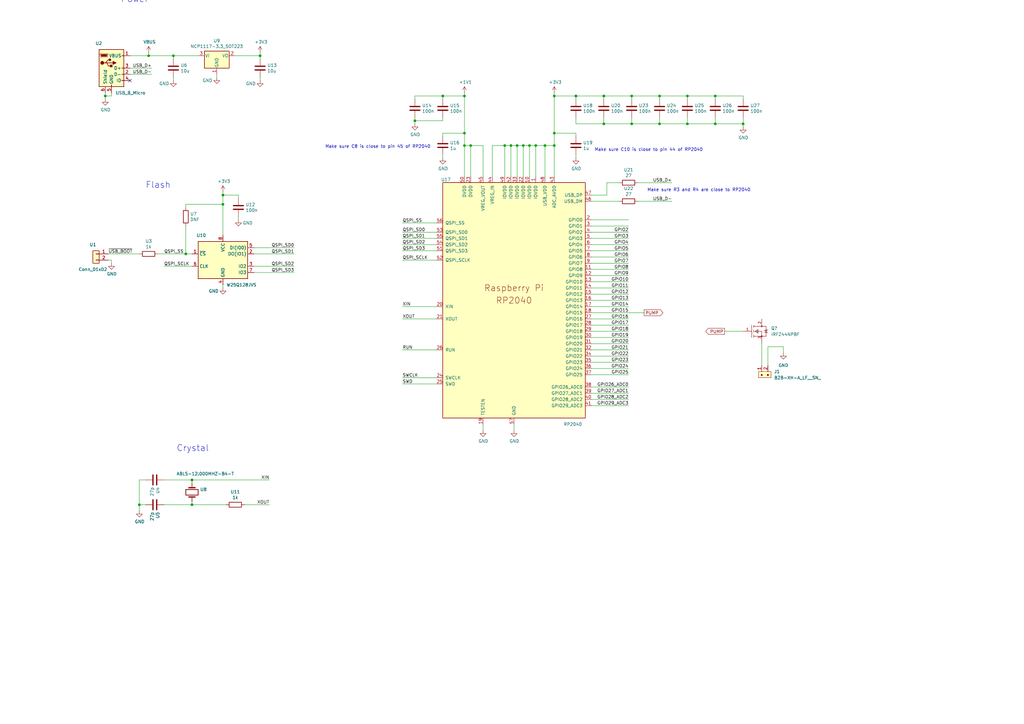
<source format=kicad_sch>
(kicad_sch (version 20211123) (generator eeschema)

  (uuid b8f0ee58-c966-4d83-a664-9102d6d15100)

  (paper "A3")

  (lib_symbols
    (symbol "Connector_Generic:Conn_01x02" (pin_names (offset 1.016) hide) (in_bom yes) (on_board yes)
      (property "Reference" "J" (id 0) (at 0 2.54 0)
        (effects (font (size 1.27 1.27)))
      )
      (property "Value" "Conn_01x02" (id 1) (at 0 -5.08 0)
        (effects (font (size 1.27 1.27)))
      )
      (property "Footprint" "" (id 2) (at 0 0 0)
        (effects (font (size 1.27 1.27)) hide)
      )
      (property "Datasheet" "~" (id 3) (at 0 0 0)
        (effects (font (size 1.27 1.27)) hide)
      )
      (property "ki_keywords" "connector" (id 4) (at 0 0 0)
        (effects (font (size 1.27 1.27)) hide)
      )
      (property "ki_description" "Generic connector, single row, 01x02, script generated (kicad-library-utils/schlib/autogen/connector/)" (id 5) (at 0 0 0)
        (effects (font (size 1.27 1.27)) hide)
      )
      (property "ki_fp_filters" "Connector*:*_1x??_*" (id 6) (at 0 0 0)
        (effects (font (size 1.27 1.27)) hide)
      )
      (symbol "Conn_01x02_1_1"
        (rectangle (start -1.27 -2.413) (end 0 -2.667)
          (stroke (width 0.1524) (type default) (color 0 0 0 0))
          (fill (type none))
        )
        (rectangle (start -1.27 0.127) (end 0 -0.127)
          (stroke (width 0.1524) (type default) (color 0 0 0 0))
          (fill (type none))
        )
        (rectangle (start -1.27 1.27) (end 1.27 -3.81)
          (stroke (width 0.254) (type default) (color 0 0 0 0))
          (fill (type background))
        )
        (pin passive line (at -5.08 0 0) (length 3.81)
          (name "Pin_1" (effects (font (size 1.27 1.27))))
          (number "1" (effects (font (size 1.27 1.27))))
        )
        (pin passive line (at -5.08 -2.54 0) (length 3.81)
          (name "Pin_2" (effects (font (size 1.27 1.27))))
          (number "2" (effects (font (size 1.27 1.27))))
        )
      )
    )
    (symbol "Device:C" (pin_numbers hide) (pin_names (offset 0.254)) (in_bom yes) (on_board yes)
      (property "Reference" "C" (id 0) (at 0.635 2.54 0)
        (effects (font (size 1.27 1.27)) (justify left))
      )
      (property "Value" "C" (id 1) (at 0.635 -2.54 0)
        (effects (font (size 1.27 1.27)) (justify left))
      )
      (property "Footprint" "" (id 2) (at 0.9652 -3.81 0)
        (effects (font (size 1.27 1.27)) hide)
      )
      (property "Datasheet" "~" (id 3) (at 0 0 0)
        (effects (font (size 1.27 1.27)) hide)
      )
      (property "ki_keywords" "cap capacitor" (id 4) (at 0 0 0)
        (effects (font (size 1.27 1.27)) hide)
      )
      (property "ki_description" "Unpolarized capacitor" (id 5) (at 0 0 0)
        (effects (font (size 1.27 1.27)) hide)
      )
      (property "ki_fp_filters" "C_*" (id 6) (at 0 0 0)
        (effects (font (size 1.27 1.27)) hide)
      )
      (symbol "C_0_1"
        (polyline
          (pts
            (xy -2.032 -0.762)
            (xy 2.032 -0.762)
          )
          (stroke (width 0.508) (type default) (color 0 0 0 0))
          (fill (type none))
        )
        (polyline
          (pts
            (xy -2.032 0.762)
            (xy 2.032 0.762)
          )
          (stroke (width 0.508) (type default) (color 0 0 0 0))
          (fill (type none))
        )
      )
      (symbol "C_1_1"
        (pin passive line (at 0 3.81 270) (length 2.794)
          (name "~" (effects (font (size 1.27 1.27))))
          (number "1" (effects (font (size 1.27 1.27))))
        )
        (pin passive line (at 0 -3.81 90) (length 2.794)
          (name "~" (effects (font (size 1.27 1.27))))
          (number "2" (effects (font (size 1.27 1.27))))
        )
      )
    )
    (symbol "Device:Crystal" (pin_numbers hide) (pin_names (offset 1.016) hide) (in_bom yes) (on_board yes)
      (property "Reference" "Y" (id 0) (at 0 3.81 0)
        (effects (font (size 1.27 1.27)))
      )
      (property "Value" "Crystal" (id 1) (at 0 -3.81 0)
        (effects (font (size 1.27 1.27)))
      )
      (property "Footprint" "" (id 2) (at 0 0 0)
        (effects (font (size 1.27 1.27)) hide)
      )
      (property "Datasheet" "~" (id 3) (at 0 0 0)
        (effects (font (size 1.27 1.27)) hide)
      )
      (property "ki_keywords" "quartz ceramic resonator oscillator" (id 4) (at 0 0 0)
        (effects (font (size 1.27 1.27)) hide)
      )
      (property "ki_description" "Two pin crystal" (id 5) (at 0 0 0)
        (effects (font (size 1.27 1.27)) hide)
      )
      (property "ki_fp_filters" "Crystal*" (id 6) (at 0 0 0)
        (effects (font (size 1.27 1.27)) hide)
      )
      (symbol "Crystal_0_1"
        (rectangle (start -1.143 2.54) (end 1.143 -2.54)
          (stroke (width 0.3048) (type default) (color 0 0 0 0))
          (fill (type none))
        )
        (polyline
          (pts
            (xy -2.54 0)
            (xy -1.905 0)
          )
          (stroke (width 0) (type default) (color 0 0 0 0))
          (fill (type none))
        )
        (polyline
          (pts
            (xy -1.905 -1.27)
            (xy -1.905 1.27)
          )
          (stroke (width 0.508) (type default) (color 0 0 0 0))
          (fill (type none))
        )
        (polyline
          (pts
            (xy 1.905 -1.27)
            (xy 1.905 1.27)
          )
          (stroke (width 0.508) (type default) (color 0 0 0 0))
          (fill (type none))
        )
        (polyline
          (pts
            (xy 2.54 0)
            (xy 1.905 0)
          )
          (stroke (width 0) (type default) (color 0 0 0 0))
          (fill (type none))
        )
      )
      (symbol "Crystal_1_1"
        (pin passive line (at -3.81 0 0) (length 1.27)
          (name "1" (effects (font (size 1.27 1.27))))
          (number "1" (effects (font (size 1.27 1.27))))
        )
        (pin passive line (at 3.81 0 180) (length 1.27)
          (name "2" (effects (font (size 1.27 1.27))))
          (number "2" (effects (font (size 1.27 1.27))))
        )
      )
    )
    (symbol "Device:R" (pin_numbers hide) (pin_names (offset 0)) (in_bom yes) (on_board yes)
      (property "Reference" "R" (id 0) (at 2.032 0 90)
        (effects (font (size 1.27 1.27)))
      )
      (property "Value" "R" (id 1) (at 0 0 90)
        (effects (font (size 1.27 1.27)))
      )
      (property "Footprint" "" (id 2) (at -1.778 0 90)
        (effects (font (size 1.27 1.27)) hide)
      )
      (property "Datasheet" "~" (id 3) (at 0 0 0)
        (effects (font (size 1.27 1.27)) hide)
      )
      (property "ki_keywords" "R res resistor" (id 4) (at 0 0 0)
        (effects (font (size 1.27 1.27)) hide)
      )
      (property "ki_description" "Resistor" (id 5) (at 0 0 0)
        (effects (font (size 1.27 1.27)) hide)
      )
      (property "ki_fp_filters" "R_*" (id 6) (at 0 0 0)
        (effects (font (size 1.27 1.27)) hide)
      )
      (symbol "R_0_1"
        (rectangle (start -1.016 -2.54) (end 1.016 2.54)
          (stroke (width 0.254) (type default) (color 0 0 0 0))
          (fill (type none))
        )
      )
      (symbol "R_1_1"
        (pin passive line (at 0 3.81 270) (length 1.27)
          (name "~" (effects (font (size 1.27 1.27))))
          (number "1" (effects (font (size 1.27 1.27))))
        )
        (pin passive line (at 0 -3.81 90) (length 1.27)
          (name "~" (effects (font (size 1.27 1.27))))
          (number "2" (effects (font (size 1.27 1.27))))
        )
      )
    )
    (symbol "Memory_Flash:W25Q128JVS" (in_bom yes) (on_board yes)
      (property "Reference" "U" (id 0) (at -8.89 8.89 0)
        (effects (font (size 1.27 1.27)))
      )
      (property "Value" "W25Q128JVS" (id 1) (at 7.62 8.89 0)
        (effects (font (size 1.27 1.27)))
      )
      (property "Footprint" "Package_SO:SOIC-8_5.23x5.23mm_P1.27mm" (id 2) (at 0 0 0)
        (effects (font (size 1.27 1.27)) hide)
      )
      (property "Datasheet" "http://www.winbond.com/resource-files/w25q128jv_dtr%20revc%2003272018%20plus.pdf" (id 3) (at 0 0 0)
        (effects (font (size 1.27 1.27)) hide)
      )
      (property "ki_keywords" "flash memory SPI QPI DTR" (id 4) (at 0 0 0)
        (effects (font (size 1.27 1.27)) hide)
      )
      (property "ki_description" "128Mb Serial Flash Memory, Standard/Dual/Quad SPI, SOIC-8" (id 5) (at 0 0 0)
        (effects (font (size 1.27 1.27)) hide)
      )
      (property "ki_fp_filters" "SOIC*5.23x5.23mm*P1.27mm*" (id 6) (at 0 0 0)
        (effects (font (size 1.27 1.27)) hide)
      )
      (symbol "W25Q128JVS_0_1"
        (rectangle (start -10.16 7.62) (end 10.16 -7.62)
          (stroke (width 0.254) (type default) (color 0 0 0 0))
          (fill (type background))
        )
      )
      (symbol "W25Q128JVS_1_1"
        (pin input line (at -12.7 2.54 0) (length 2.54)
          (name "~{CS}" (effects (font (size 1.27 1.27))))
          (number "1" (effects (font (size 1.27 1.27))))
        )
        (pin bidirectional line (at 12.7 2.54 180) (length 2.54)
          (name "DO(IO1)" (effects (font (size 1.27 1.27))))
          (number "2" (effects (font (size 1.27 1.27))))
        )
        (pin bidirectional line (at 12.7 -2.54 180) (length 2.54)
          (name "IO2" (effects (font (size 1.27 1.27))))
          (number "3" (effects (font (size 1.27 1.27))))
        )
        (pin power_in line (at 0 -10.16 90) (length 2.54)
          (name "GND" (effects (font (size 1.27 1.27))))
          (number "4" (effects (font (size 1.27 1.27))))
        )
        (pin bidirectional line (at 12.7 5.08 180) (length 2.54)
          (name "DI(IO0)" (effects (font (size 1.27 1.27))))
          (number "5" (effects (font (size 1.27 1.27))))
        )
        (pin input line (at -12.7 -2.54 0) (length 2.54)
          (name "CLK" (effects (font (size 1.27 1.27))))
          (number "6" (effects (font (size 1.27 1.27))))
        )
        (pin bidirectional line (at 12.7 -5.08 180) (length 2.54)
          (name "IO3" (effects (font (size 1.27 1.27))))
          (number "7" (effects (font (size 1.27 1.27))))
        )
        (pin power_in line (at 0 10.16 270) (length 2.54)
          (name "VCC" (effects (font (size 1.27 1.27))))
          (number "8" (effects (font (size 1.27 1.27))))
        )
      )
    )
    (symbol "RP2040_minimal-rescue:RP2040-MCU_RaspberryPi_RP2040" (pin_names (offset 1.016)) (in_bom yes) (on_board yes)
      (property "Reference" "U" (id 0) (at -29.21 49.53 0)
        (effects (font (size 1.27 1.27)))
      )
      (property "Value" "RP2040-MCU_RaspberryPi_RP2040" (id 1) (at 24.13 -49.53 0)
        (effects (font (size 1.27 1.27)))
      )
      (property "Footprint" "RP2040_minimal:RP2040-QFN-56" (id 2) (at -19.05 0 0)
        (effects (font (size 1.27 1.27)) hide)
      )
      (property "Datasheet" "" (id 3) (at -19.05 0 0)
        (effects (font (size 1.27 1.27)) hide)
      )
      (symbol "RP2040-MCU_RaspberryPi_RP2040_0_0"
        (text "Raspberry Pi" (at 0 5.08 0)
          (effects (font (size 2.54 2.54)))
        )
        (text "RP2040" (at 0 0 0)
          (effects (font (size 2.54 2.54)))
        )
      )
      (symbol "RP2040-MCU_RaspberryPi_RP2040_0_1"
        (rectangle (start 29.21 48.26) (end -29.21 -48.26)
          (stroke (width 0.254) (type default) (color 0 0 0 0))
          (fill (type background))
        )
      )
      (symbol "RP2040-MCU_RaspberryPi_RP2040_1_1"
        (pin power_in line (at 8.89 50.8 270) (length 2.54)
          (name "IOVDD" (effects (font (size 1.27 1.27))))
          (number "1" (effects (font (size 1.27 1.27))))
        )
        (pin power_in line (at 6.35 50.8 270) (length 2.54)
          (name "IOVDD" (effects (font (size 1.27 1.27))))
          (number "10" (effects (font (size 1.27 1.27))))
        )
        (pin bidirectional line (at 31.75 12.7 180) (length 2.54)
          (name "GPIO8" (effects (font (size 1.27 1.27))))
          (number "11" (effects (font (size 1.27 1.27))))
        )
        (pin bidirectional line (at 31.75 10.16 180) (length 2.54)
          (name "GPIO9" (effects (font (size 1.27 1.27))))
          (number "12" (effects (font (size 1.27 1.27))))
        )
        (pin bidirectional line (at 31.75 7.62 180) (length 2.54)
          (name "GPIO10" (effects (font (size 1.27 1.27))))
          (number "13" (effects (font (size 1.27 1.27))))
        )
        (pin bidirectional line (at 31.75 5.08 180) (length 2.54)
          (name "GPIO11" (effects (font (size 1.27 1.27))))
          (number "14" (effects (font (size 1.27 1.27))))
        )
        (pin bidirectional line (at 31.75 2.54 180) (length 2.54)
          (name "GPIO12" (effects (font (size 1.27 1.27))))
          (number "15" (effects (font (size 1.27 1.27))))
        )
        (pin bidirectional line (at 31.75 0 180) (length 2.54)
          (name "GPIO13" (effects (font (size 1.27 1.27))))
          (number "16" (effects (font (size 1.27 1.27))))
        )
        (pin bidirectional line (at 31.75 -2.54 180) (length 2.54)
          (name "GPIO14" (effects (font (size 1.27 1.27))))
          (number "17" (effects (font (size 1.27 1.27))))
        )
        (pin bidirectional line (at 31.75 -5.08 180) (length 2.54)
          (name "GPIO15" (effects (font (size 1.27 1.27))))
          (number "18" (effects (font (size 1.27 1.27))))
        )
        (pin passive line (at -12.7 -50.8 90) (length 2.54)
          (name "TESTEN" (effects (font (size 1.27 1.27))))
          (number "19" (effects (font (size 1.27 1.27))))
        )
        (pin bidirectional line (at 31.75 33.02 180) (length 2.54)
          (name "GPIO0" (effects (font (size 1.27 1.27))))
          (number "2" (effects (font (size 1.27 1.27))))
        )
        (pin input line (at -31.75 -2.54 0) (length 2.54)
          (name "XIN" (effects (font (size 1.27 1.27))))
          (number "20" (effects (font (size 1.27 1.27))))
        )
        (pin passive line (at -31.75 -7.62 0) (length 2.54)
          (name "XOUT" (effects (font (size 1.27 1.27))))
          (number "21" (effects (font (size 1.27 1.27))))
        )
        (pin power_in line (at 3.81 50.8 270) (length 2.54)
          (name "IOVDD" (effects (font (size 1.27 1.27))))
          (number "22" (effects (font (size 1.27 1.27))))
        )
        (pin power_in line (at -17.78 50.8 270) (length 2.54)
          (name "DVDD" (effects (font (size 1.27 1.27))))
          (number "23" (effects (font (size 1.27 1.27))))
        )
        (pin output line (at -31.75 -31.75 0) (length 2.54)
          (name "SWCLK" (effects (font (size 1.27 1.27))))
          (number "24" (effects (font (size 1.27 1.27))))
        )
        (pin bidirectional line (at -31.75 -34.29 0) (length 2.54)
          (name "SWD" (effects (font (size 1.27 1.27))))
          (number "25" (effects (font (size 1.27 1.27))))
        )
        (pin input line (at -31.75 -20.32 0) (length 2.54)
          (name "RUN" (effects (font (size 1.27 1.27))))
          (number "26" (effects (font (size 1.27 1.27))))
        )
        (pin bidirectional line (at 31.75 -7.62 180) (length 2.54)
          (name "GPIO16" (effects (font (size 1.27 1.27))))
          (number "27" (effects (font (size 1.27 1.27))))
        )
        (pin bidirectional line (at 31.75 -10.16 180) (length 2.54)
          (name "GPIO17" (effects (font (size 1.27 1.27))))
          (number "28" (effects (font (size 1.27 1.27))))
        )
        (pin bidirectional line (at 31.75 -12.7 180) (length 2.54)
          (name "GPIO18" (effects (font (size 1.27 1.27))))
          (number "29" (effects (font (size 1.27 1.27))))
        )
        (pin bidirectional line (at 31.75 30.48 180) (length 2.54)
          (name "GPIO1" (effects (font (size 1.27 1.27))))
          (number "3" (effects (font (size 1.27 1.27))))
        )
        (pin bidirectional line (at 31.75 -15.24 180) (length 2.54)
          (name "GPIO19" (effects (font (size 1.27 1.27))))
          (number "30" (effects (font (size 1.27 1.27))))
        )
        (pin bidirectional line (at 31.75 -17.78 180) (length 2.54)
          (name "GPIO20" (effects (font (size 1.27 1.27))))
          (number "31" (effects (font (size 1.27 1.27))))
        )
        (pin bidirectional line (at 31.75 -20.32 180) (length 2.54)
          (name "GPIO21" (effects (font (size 1.27 1.27))))
          (number "32" (effects (font (size 1.27 1.27))))
        )
        (pin power_in line (at 1.27 50.8 270) (length 2.54)
          (name "IOVDD" (effects (font (size 1.27 1.27))))
          (number "33" (effects (font (size 1.27 1.27))))
        )
        (pin bidirectional line (at 31.75 -22.86 180) (length 2.54)
          (name "GPIO22" (effects (font (size 1.27 1.27))))
          (number "34" (effects (font (size 1.27 1.27))))
        )
        (pin bidirectional line (at 31.75 -25.4 180) (length 2.54)
          (name "GPIO23" (effects (font (size 1.27 1.27))))
          (number "35" (effects (font (size 1.27 1.27))))
        )
        (pin bidirectional line (at 31.75 -27.94 180) (length 2.54)
          (name "GPIO24" (effects (font (size 1.27 1.27))))
          (number "36" (effects (font (size 1.27 1.27))))
        )
        (pin bidirectional line (at 31.75 -30.48 180) (length 2.54)
          (name "GPIO25" (effects (font (size 1.27 1.27))))
          (number "37" (effects (font (size 1.27 1.27))))
        )
        (pin bidirectional line (at 31.75 -35.56 180) (length 2.54)
          (name "GPIO26_ADC0" (effects (font (size 1.27 1.27))))
          (number "38" (effects (font (size 1.27 1.27))))
        )
        (pin bidirectional line (at 31.75 -38.1 180) (length 2.54)
          (name "GPIO27_ADC1" (effects (font (size 1.27 1.27))))
          (number "39" (effects (font (size 1.27 1.27))))
        )
        (pin bidirectional line (at 31.75 27.94 180) (length 2.54)
          (name "GPIO2" (effects (font (size 1.27 1.27))))
          (number "4" (effects (font (size 1.27 1.27))))
        )
        (pin bidirectional line (at 31.75 -40.64 180) (length 2.54)
          (name "GPIO28_ADC2" (effects (font (size 1.27 1.27))))
          (number "40" (effects (font (size 1.27 1.27))))
        )
        (pin bidirectional line (at 31.75 -43.18 180) (length 2.54)
          (name "GPIO29_ADC3" (effects (font (size 1.27 1.27))))
          (number "41" (effects (font (size 1.27 1.27))))
        )
        (pin power_in line (at -1.27 50.8 270) (length 2.54)
          (name "IOVDD" (effects (font (size 1.27 1.27))))
          (number "42" (effects (font (size 1.27 1.27))))
        )
        (pin power_in line (at 16.51 50.8 270) (length 2.54)
          (name "ADC_AVDD" (effects (font (size 1.27 1.27))))
          (number "43" (effects (font (size 1.27 1.27))))
        )
        (pin power_in line (at -8.89 50.8 270) (length 2.54)
          (name "VREG_IN" (effects (font (size 1.27 1.27))))
          (number "44" (effects (font (size 1.27 1.27))))
        )
        (pin power_out line (at -12.7 50.8 270) (length 2.54)
          (name "VREG_VOUT" (effects (font (size 1.27 1.27))))
          (number "45" (effects (font (size 1.27 1.27))))
        )
        (pin bidirectional line (at 31.75 40.64 180) (length 2.54)
          (name "USB_DM" (effects (font (size 1.27 1.27))))
          (number "46" (effects (font (size 1.27 1.27))))
        )
        (pin bidirectional line (at 31.75 43.18 180) (length 2.54)
          (name "USB_DP" (effects (font (size 1.27 1.27))))
          (number "47" (effects (font (size 1.27 1.27))))
        )
        (pin power_in line (at 12.7 50.8 270) (length 2.54)
          (name "USB_VDD" (effects (font (size 1.27 1.27))))
          (number "48" (effects (font (size 1.27 1.27))))
        )
        (pin power_in line (at -3.81 50.8 270) (length 2.54)
          (name "IOVDD" (effects (font (size 1.27 1.27))))
          (number "49" (effects (font (size 1.27 1.27))))
        )
        (pin bidirectional line (at 31.75 25.4 180) (length 2.54)
          (name "GPIO3" (effects (font (size 1.27 1.27))))
          (number "5" (effects (font (size 1.27 1.27))))
        )
        (pin power_in line (at -20.32 50.8 270) (length 2.54)
          (name "DVDD" (effects (font (size 1.27 1.27))))
          (number "50" (effects (font (size 1.27 1.27))))
        )
        (pin bidirectional line (at -31.75 20.32 0) (length 2.54)
          (name "QSPI_SD3" (effects (font (size 1.27 1.27))))
          (number "51" (effects (font (size 1.27 1.27))))
        )
        (pin output line (at -31.75 16.51 0) (length 2.54)
          (name "QSPI_SCLK" (effects (font (size 1.27 1.27))))
          (number "52" (effects (font (size 1.27 1.27))))
        )
        (pin bidirectional line (at -31.75 27.94 0) (length 2.54)
          (name "QSPI_SD0" (effects (font (size 1.27 1.27))))
          (number "53" (effects (font (size 1.27 1.27))))
        )
        (pin bidirectional line (at -31.75 22.86 0) (length 2.54)
          (name "QSPI_SD2" (effects (font (size 1.27 1.27))))
          (number "54" (effects (font (size 1.27 1.27))))
        )
        (pin bidirectional line (at -31.75 25.4 0) (length 2.54)
          (name "QSPI_SD1" (effects (font (size 1.27 1.27))))
          (number "55" (effects (font (size 1.27 1.27))))
        )
        (pin bidirectional line (at -31.75 31.75 0) (length 2.54)
          (name "QSPI_SS" (effects (font (size 1.27 1.27))))
          (number "56" (effects (font (size 1.27 1.27))))
        )
        (pin power_in line (at 0 -50.8 90) (length 2.54)
          (name "GND" (effects (font (size 1.27 1.27))))
          (number "57" (effects (font (size 1.27 1.27))))
        )
        (pin bidirectional line (at 31.75 22.86 180) (length 2.54)
          (name "GPIO4" (effects (font (size 1.27 1.27))))
          (number "6" (effects (font (size 1.27 1.27))))
        )
        (pin bidirectional line (at 31.75 20.32 180) (length 2.54)
          (name "GPIO5" (effects (font (size 1.27 1.27))))
          (number "7" (effects (font (size 1.27 1.27))))
        )
        (pin bidirectional line (at 31.75 17.78 180) (length 2.54)
          (name "GPIO6" (effects (font (size 1.27 1.27))))
          (number "8" (effects (font (size 1.27 1.27))))
        )
        (pin bidirectional line (at 31.75 15.24 180) (length 2.54)
          (name "GPIO7" (effects (font (size 1.27 1.27))))
          (number "9" (effects (font (size 1.27 1.27))))
        )
      )
    )
    (symbol "RP2040_minimal-rescue:USB_B_Micro-Connector" (pin_names (offset 1.016)) (in_bom yes) (on_board yes)
      (property "Reference" "J" (id 0) (at -5.08 11.43 0)
        (effects (font (size 1.27 1.27)) (justify left))
      )
      (property "Value" "USB_B_Micro-Connector" (id 1) (at -5.08 8.89 0)
        (effects (font (size 1.27 1.27)) (justify left))
      )
      (property "Footprint" "" (id 2) (at 3.81 -1.27 0)
        (effects (font (size 1.27 1.27)) hide)
      )
      (property "Datasheet" "" (id 3) (at 3.81 -1.27 0)
        (effects (font (size 1.27 1.27)) hide)
      )
      (property "ki_fp_filters" "USB*" (id 4) (at 0 0 0)
        (effects (font (size 1.27 1.27)) hide)
      )
      (symbol "USB_B_Micro-Connector_0_1"
        (rectangle (start -5.08 -7.62) (end 5.08 7.62)
          (stroke (width 0.254) (type default) (color 0 0 0 0))
          (fill (type background))
        )
        (circle (center -3.81 2.159) (radius 0.635)
          (stroke (width 0.254) (type default) (color 0 0 0 0))
          (fill (type outline))
        )
        (circle (center -0.635 3.429) (radius 0.381)
          (stroke (width 0.254) (type default) (color 0 0 0 0))
          (fill (type outline))
        )
        (rectangle (start -0.127 -7.62) (end 0.127 -6.858)
          (stroke (width 0) (type default) (color 0 0 0 0))
          (fill (type none))
        )
        (polyline
          (pts
            (xy -1.905 2.159)
            (xy 0.635 2.159)
          )
          (stroke (width 0.254) (type default) (color 0 0 0 0))
          (fill (type none))
        )
        (polyline
          (pts
            (xy -3.175 2.159)
            (xy -2.54 2.159)
            (xy -1.27 3.429)
            (xy -0.635 3.429)
          )
          (stroke (width 0.254) (type default) (color 0 0 0 0))
          (fill (type none))
        )
        (polyline
          (pts
            (xy -2.54 2.159)
            (xy -1.905 2.159)
            (xy -1.27 0.889)
            (xy 0 0.889)
          )
          (stroke (width 0.254) (type default) (color 0 0 0 0))
          (fill (type none))
        )
        (polyline
          (pts
            (xy 0.635 2.794)
            (xy 0.635 1.524)
            (xy 1.905 2.159)
            (xy 0.635 2.794)
          )
          (stroke (width 0.254) (type default) (color 0 0 0 0))
          (fill (type outline))
        )
        (polyline
          (pts
            (xy -4.318 5.588)
            (xy -1.778 5.588)
            (xy -2.032 4.826)
            (xy -4.064 4.826)
            (xy -4.318 5.588)
          )
          (stroke (width 0) (type default) (color 0 0 0 0))
          (fill (type outline))
        )
        (polyline
          (pts
            (xy -4.699 5.842)
            (xy -4.699 5.588)
            (xy -4.445 4.826)
            (xy -4.445 4.572)
            (xy -1.651 4.572)
            (xy -1.651 4.826)
            (xy -1.397 5.588)
            (xy -1.397 5.842)
            (xy -4.699 5.842)
          )
          (stroke (width 0) (type default) (color 0 0 0 0))
          (fill (type none))
        )
        (rectangle (start 0.254 1.27) (end -0.508 0.508)
          (stroke (width 0.254) (type default) (color 0 0 0 0))
          (fill (type outline))
        )
        (rectangle (start 5.08 -5.207) (end 4.318 -4.953)
          (stroke (width 0) (type default) (color 0 0 0 0))
          (fill (type none))
        )
        (rectangle (start 5.08 -2.667) (end 4.318 -2.413)
          (stroke (width 0) (type default) (color 0 0 0 0))
          (fill (type none))
        )
        (rectangle (start 5.08 -0.127) (end 4.318 0.127)
          (stroke (width 0) (type default) (color 0 0 0 0))
          (fill (type none))
        )
        (rectangle (start 5.08 4.953) (end 4.318 5.207)
          (stroke (width 0) (type default) (color 0 0 0 0))
          (fill (type none))
        )
      )
      (symbol "USB_B_Micro-Connector_1_1"
        (pin power_out line (at 7.62 5.08 180) (length 2.54)
          (name "VBUS" (effects (font (size 1.27 1.27))))
          (number "1" (effects (font (size 1.27 1.27))))
        )
        (pin passive line (at 7.62 -2.54 180) (length 2.54)
          (name "D-" (effects (font (size 1.27 1.27))))
          (number "2" (effects (font (size 1.27 1.27))))
        )
        (pin passive line (at 7.62 0 180) (length 2.54)
          (name "D+" (effects (font (size 1.27 1.27))))
          (number "3" (effects (font (size 1.27 1.27))))
        )
        (pin passive line (at 7.62 -5.08 180) (length 2.54)
          (name "ID" (effects (font (size 1.27 1.27))))
          (number "4" (effects (font (size 1.27 1.27))))
        )
        (pin power_out line (at 0 -10.16 90) (length 2.54)
          (name "GND" (effects (font (size 1.27 1.27))))
          (number "5" (effects (font (size 1.27 1.27))))
        )
        (pin passive line (at -2.54 -10.16 90) (length 2.54)
          (name "Shield" (effects (font (size 1.27 1.27))))
          (number "6" (effects (font (size 1.27 1.27))))
        )
      )
    )
    (symbol "Regulator_Linear:NCP1117-3.3_SOT223" (pin_names (offset 0.254)) (in_bom yes) (on_board yes)
      (property "Reference" "U" (id 0) (at -3.81 3.175 0)
        (effects (font (size 1.27 1.27)))
      )
      (property "Value" "NCP1117-3.3_SOT223" (id 1) (at 0 3.175 0)
        (effects (font (size 1.27 1.27)) (justify left))
      )
      (property "Footprint" "Package_TO_SOT_SMD:SOT-223-3_TabPin2" (id 2) (at 0 5.08 0)
        (effects (font (size 1.27 1.27)) hide)
      )
      (property "Datasheet" "http://www.onsemi.com/pub_link/Collateral/NCP1117-D.PDF" (id 3) (at 2.54 -6.35 0)
        (effects (font (size 1.27 1.27)) hide)
      )
      (property "ki_keywords" "REGULATOR LDO 3.3V" (id 4) (at 0 0 0)
        (effects (font (size 1.27 1.27)) hide)
      )
      (property "ki_description" "1A Low drop-out regulator, Fixed Output 3.3V, SOT-223" (id 5) (at 0 0 0)
        (effects (font (size 1.27 1.27)) hide)
      )
      (property "ki_fp_filters" "SOT?223*TabPin2*" (id 6) (at 0 0 0)
        (effects (font (size 1.27 1.27)) hide)
      )
      (symbol "NCP1117-3.3_SOT223_0_1"
        (rectangle (start -5.08 -5.08) (end 5.08 1.905)
          (stroke (width 0.254) (type default) (color 0 0 0 0))
          (fill (type background))
        )
      )
      (symbol "NCP1117-3.3_SOT223_1_1"
        (pin power_in line (at 0 -7.62 90) (length 2.54)
          (name "GND" (effects (font (size 1.27 1.27))))
          (number "1" (effects (font (size 1.27 1.27))))
        )
        (pin power_out line (at 7.62 0 180) (length 2.54)
          (name "VO" (effects (font (size 1.27 1.27))))
          (number "2" (effects (font (size 1.27 1.27))))
        )
        (pin power_in line (at -7.62 0 0) (length 2.54)
          (name "VI" (effects (font (size 1.27 1.27))))
          (number "3" (effects (font (size 1.27 1.27))))
        )
      )
    )
    (symbol "dk_Rectangular-Connectors-Headers-Male-Pins:B2B-XH-A_LF__SN_" (pin_names (offset 1.016)) (in_bom yes) (on_board yes)
      (property "Reference" "J" (id 0) (at -2.54 -1.27 0)
        (effects (font (size 1.27 1.27)) (justify right))
      )
      (property "Value" "B2B-XH-A_LF__SN_" (id 1) (at 1.27 -3.81 0)
        (effects (font (size 1.27 1.27)))
      )
      (property "Footprint" "digikey-footprints:PinHeader_1x2_P2.5mm_Drill1.1mm" (id 2) (at 5.08 5.08 0)
        (effects (font (size 1.524 1.524)) (justify left) hide)
      )
      (property "Datasheet" "http://www.jst-mfg.com/product/pdf/eng/eXH.pdf" (id 3) (at 5.08 7.62 0)
        (effects (font (size 1.524 1.524)) (justify left) hide)
      )
      (property "Digi-Key_PN" "455-2247-ND" (id 4) (at 5.08 10.16 0)
        (effects (font (size 1.524 1.524)) (justify left) hide)
      )
      (property "MPN" "B2B-XH-A(LF)(SN)" (id 5) (at 5.08 12.7 0)
        (effects (font (size 1.524 1.524)) (justify left) hide)
      )
      (property "Category" "Connectors, Interconnects" (id 6) (at 5.08 15.24 0)
        (effects (font (size 1.524 1.524)) (justify left) hide)
      )
      (property "Family" "Rectangular Connectors - Headers, Male Pins" (id 7) (at 5.08 17.78 0)
        (effects (font (size 1.524 1.524)) (justify left) hide)
      )
      (property "DK_Datasheet_Link" "http://www.jst-mfg.com/product/pdf/eng/eXH.pdf" (id 8) (at 5.08 20.32 0)
        (effects (font (size 1.524 1.524)) (justify left) hide)
      )
      (property "DK_Detail_Page" "/product-detail/en/jst-sales-america-inc/B2B-XH-A(LF)(SN)/455-2247-ND/1651045" (id 9) (at 5.08 22.86 0)
        (effects (font (size 1.524 1.524)) (justify left) hide)
      )
      (property "Description" "CONN HEADER VERT 2POS 2.5MM" (id 10) (at 5.08 25.4 0)
        (effects (font (size 1.524 1.524)) (justify left) hide)
      )
      (property "Manufacturer" "JST Sales America Inc." (id 11) (at 5.08 27.94 0)
        (effects (font (size 1.524 1.524)) (justify left) hide)
      )
      (property "Status" "Active" (id 12) (at 5.08 30.48 0)
        (effects (font (size 1.524 1.524)) (justify left) hide)
      )
      (property "ki_keywords" "455-2247-ND XH" (id 13) (at 0 0 0)
        (effects (font (size 1.27 1.27)) hide)
      )
      (property "ki_description" "CONN HEADER VERT 2POS 2.5MM" (id 14) (at 0 0 0)
        (effects (font (size 1.27 1.27)) hide)
      )
      (symbol "B2B-XH-A_LF__SN__1_1"
        (rectangle (start -1.27 0) (end 3.81 -2.54)
          (stroke (width 0) (type default) (color 0 0 0 0))
          (fill (type background))
        )
        (rectangle (start -0.254 -1.143) (end 0.254 -1.651)
          (stroke (width 0) (type default) (color 0 0 0 0))
          (fill (type outline))
        )
        (rectangle (start 2.286 -1.143) (end 2.794 -1.651)
          (stroke (width 0) (type default) (color 0 0 0 0))
          (fill (type outline))
        )
        (pin passive line (at 0 2.54 270) (length 2.54)
          (name "~" (effects (font (size 1.27 1.27))))
          (number "1" (effects (font (size 1.27 1.27))))
        )
        (pin passive line (at 2.54 2.54 270) (length 2.54)
          (name "~" (effects (font (size 1.27 1.27))))
          (number "2" (effects (font (size 1.27 1.27))))
        )
      )
    )
    (symbol "eec:IRFZ44NPBF" (pin_names (offset 1.016)) (in_bom yes) (on_board yes)
      (property "Reference" "Q" (id 0) (at 0 7.62 0)
        (effects (font (size 1.27 1.27)) (justify left))
      )
      (property "Value" "IRFZ44NPBF" (id 1) (at 0 10.16 0)
        (effects (font (size 1.27 1.27)) (justify left))
      )
      (property "Footprint" "Infineon_Technologies_AG-IRFZ44NPBF-*" (id 2) (at 0 12.7 0)
        (effects (font (size 1.27 1.27)) (justify left) hide)
      )
      (property "Datasheet" "https://www.infineon.com/dgdl/irfz44npbf.pdf?fileId=5546d462533600a40153563b3a9f220d" (id 3) (at 0 15.24 0)
        (effects (font (size 1.27 1.27)) (justify left) hide)
      )
      (property "Current - Continuous Drain" "49A" (id 4) (at 0 17.78 0)
        (effects (font (size 1.27 1.27)) (justify left) hide)
      )
      (property "Drain to Source Voltage" "55V" (id 5) (at 0 20.32 0)
        (effects (font (size 1.27 1.27)) (justify left) hide)
      )
      (property "FET Type" "N-Channel" (id 6) (at 0 22.86 0)
        (effects (font (size 1.27 1.27)) (justify left) hide)
      )
      (property "Rds On" "17.5 mOhm" (id 7) (at 0 25.4 0)
        (effects (font (size 1.27 1.27)) (justify left) hide)
      )
      (property "category" "Trans" (id 8) (at 0 27.94 0)
        (effects (font (size 1.27 1.27)) (justify left) hide)
      )
      (property "digikey description" "N-Channel 55V 49A (Tc) 94W (Tc) Through Hole TO-220AB" (id 9) (at 0 30.48 0)
        (effects (font (size 1.27 1.27)) (justify left) hide)
      )
      (property "digikey part number" "IRFZ44NPBF-ND" (id 10) (at 0 33.02 0)
        (effects (font (size 1.27 1.27)) (justify left) hide)
      )
      (property "ipc land pattern name" "TO-220" (id 11) (at 0 35.56 0)
        (effects (font (size 1.27 1.27)) (justify left) hide)
      )
      (property "lead free" "yes" (id 12) (at 0 38.1 0)
        (effects (font (size 1.27 1.27)) (justify left) hide)
      )
      (property "library id" "28a2cf11992d899a" (id 13) (at 0 40.64 0)
        (effects (font (size 1.27 1.27)) (justify left) hide)
      )
      (property "manufacturer" "Infineon Technologies AG" (id 14) (at 0 43.18 0)
        (effects (font (size 1.27 1.27)) (justify left) hide)
      )
      (property "mouser part number" "942-IRFZ44NPBF" (id 15) (at 0 45.72 0)
        (effects (font (size 1.27 1.27)) (justify left) hide)
      )
      (property "package" "TO-220AB" (id 16) (at 0 48.26 0)
        (effects (font (size 1.27 1.27)) (justify left) hide)
      )
      (property "rohs" "yes" (id 17) (at 0 50.8 0)
        (effects (font (size 1.27 1.27)) (justify left) hide)
      )
      (property "temperature range high" "+175°C" (id 18) (at 0 53.34 0)
        (effects (font (size 1.27 1.27)) (justify left) hide)
      )
      (property "temperature range low" "-55°C" (id 19) (at 0 55.88 0)
        (effects (font (size 1.27 1.27)) (justify left) hide)
      )
      (property "ki_locked" "" (id 20) (at 0 0 0)
        (effects (font (size 1.27 1.27)))
      )
      (symbol "IRFZ44NPBF_1_1"
        (polyline
          (pts
            (xy 6.096 -2.54)
            (xy 6.096 2.54)
          )
          (stroke (width 0) (type default) (color 0 0 0 0))
          (fill (type none))
        )
        (polyline
          (pts
            (xy 6.858 -2.032)
            (xy 10.16 -2.032)
          )
          (stroke (width 0) (type default) (color 0 0 0 0))
          (fill (type none))
        )
        (polyline
          (pts
            (xy 6.858 -1.524)
            (xy 6.858 -2.54)
          )
          (stroke (width 0) (type default) (color 0 0 0 0))
          (fill (type none))
        )
        (polyline
          (pts
            (xy 6.858 0.508)
            (xy 6.858 -0.508)
          )
          (stroke (width 0) (type default) (color 0 0 0 0))
          (fill (type none))
        )
        (polyline
          (pts
            (xy 6.858 1.524)
            (xy 6.858 2.54)
          )
          (stroke (width 0) (type default) (color 0 0 0 0))
          (fill (type none))
        )
        (polyline
          (pts
            (xy 6.858 2.032)
            (xy 10.16 2.032)
          )
          (stroke (width 0) (type default) (color 0 0 0 0))
          (fill (type none))
        )
        (polyline
          (pts
            (xy 7.366 0)
            (xy 8.636 -0.762)
          )
          (stroke (width 0) (type default) (color 0 0 0 0))
          (fill (type none))
        )
        (polyline
          (pts
            (xy 7.366 0)
            (xy 8.636 0.762)
          )
          (stroke (width 0) (type default) (color 0 0 0 0))
          (fill (type none))
        )
        (polyline
          (pts
            (xy 7.62 0)
            (xy 10.16 0)
          )
          (stroke (width 0) (type default) (color 0 0 0 0))
          (fill (type none))
        )
        (polyline
          (pts
            (xy 8.382 0.254)
            (xy 8.382 -0.508)
          )
          (stroke (width 0) (type default) (color 0 0 0 0))
          (fill (type none))
        )
        (polyline
          (pts
            (xy 8.636 0.762)
            (xy 8.636 -0.762)
          )
          (stroke (width 0) (type default) (color 0 0 0 0))
          (fill (type none))
        )
        (polyline
          (pts
            (xy 10.16 -2.032)
            (xy 11.938 -2.032)
          )
          (stroke (width 0) (type default) (color 0 0 0 0))
          (fill (type none))
        )
        (polyline
          (pts
            (xy 11.43 -0.508)
            (xy 12.446 -0.508)
          )
          (stroke (width 0) (type default) (color 0 0 0 0))
          (fill (type none))
        )
        (polyline
          (pts
            (xy 11.43 0.508)
            (xy 11.176 0.254)
          )
          (stroke (width 0) (type default) (color 0 0 0 0))
          (fill (type none))
        )
        (polyline
          (pts
            (xy 11.938 -2.032)
            (xy 11.938 2.032)
          )
          (stroke (width 0) (type default) (color 0 0 0 0))
          (fill (type none))
        )
        (polyline
          (pts
            (xy 11.938 0.508)
            (xy 11.43 -0.508)
          )
          (stroke (width 0) (type default) (color 0 0 0 0))
          (fill (type none))
        )
        (polyline
          (pts
            (xy 11.938 0.508)
            (xy 11.43 0.508)
          )
          (stroke (width 0) (type default) (color 0 0 0 0))
          (fill (type none))
        )
        (polyline
          (pts
            (xy 11.938 0.508)
            (xy 12.446 0.508)
          )
          (stroke (width 0) (type default) (color 0 0 0 0))
          (fill (type none))
        )
        (polyline
          (pts
            (xy 11.938 2.032)
            (xy 10.16 2.032)
          )
          (stroke (width 0) (type default) (color 0 0 0 0))
          (fill (type none))
        )
        (polyline
          (pts
            (xy 12.446 -0.508)
            (xy 11.938 0.508)
          )
          (stroke (width 0) (type default) (color 0 0 0 0))
          (fill (type none))
        )
        (polyline
          (pts
            (xy 12.446 0.508)
            (xy 12.7 0.762)
          )
          (stroke (width 0) (type default) (color 0 0 0 0))
          (fill (type none))
        )
        (circle (center 10.16 -2.032) (radius 0.254)
          (stroke (width 0) (type default) (color 0 0 0 0))
          (fill (type none))
        )
        (circle (center 10.16 2.032) (radius 0.254)
          (stroke (width 0) (type default) (color 0 0 0 0))
          (fill (type none))
        )
        (pin unspecified line (at 2.54 0 0) (length 3.556)
          (name "GATE" (effects (font (size 0 0))))
          (number "1" (effects (font (size 1.016 1.016))))
        )
        (pin unspecified line (at 10.16 5.08 270) (length 3.048)
          (name "DRAIN" (effects (font (size 0 0))))
          (number "2" (effects (font (size 1.016 1.016))))
        )
        (pin unspecified line (at 10.16 -5.08 90) (length 5.08)
          (name "SOURCE" (effects (font (size 0 0))))
          (number "3" (effects (font (size 1.016 1.016))))
        )
      )
    )
    (symbol "power:+1V1" (power) (pin_names (offset 0)) (in_bom yes) (on_board yes)
      (property "Reference" "#PWR" (id 0) (at 0 -3.81 0)
        (effects (font (size 1.27 1.27)) hide)
      )
      (property "Value" "+1V1" (id 1) (at 0 3.556 0)
        (effects (font (size 1.27 1.27)))
      )
      (property "Footprint" "" (id 2) (at 0 0 0)
        (effects (font (size 1.27 1.27)) hide)
      )
      (property "Datasheet" "" (id 3) (at 0 0 0)
        (effects (font (size 1.27 1.27)) hide)
      )
      (property "ki_keywords" "power-flag" (id 4) (at 0 0 0)
        (effects (font (size 1.27 1.27)) hide)
      )
      (property "ki_description" "Power symbol creates a global label with name \"+1V1\"" (id 5) (at 0 0 0)
        (effects (font (size 1.27 1.27)) hide)
      )
      (symbol "+1V1_0_1"
        (polyline
          (pts
            (xy -0.762 1.27)
            (xy 0 2.54)
          )
          (stroke (width 0) (type default) (color 0 0 0 0))
          (fill (type none))
        )
        (polyline
          (pts
            (xy 0 0)
            (xy 0 2.54)
          )
          (stroke (width 0) (type default) (color 0 0 0 0))
          (fill (type none))
        )
        (polyline
          (pts
            (xy 0 2.54)
            (xy 0.762 1.27)
          )
          (stroke (width 0) (type default) (color 0 0 0 0))
          (fill (type none))
        )
      )
      (symbol "+1V1_1_1"
        (pin power_in line (at 0 0 90) (length 0) hide
          (name "+1V1" (effects (font (size 1.27 1.27))))
          (number "1" (effects (font (size 1.27 1.27))))
        )
      )
    )
    (symbol "power:+3V3" (power) (pin_names (offset 0)) (in_bom yes) (on_board yes)
      (property "Reference" "#PWR" (id 0) (at 0 -3.81 0)
        (effects (font (size 1.27 1.27)) hide)
      )
      (property "Value" "+3V3" (id 1) (at 0 3.556 0)
        (effects (font (size 1.27 1.27)))
      )
      (property "Footprint" "" (id 2) (at 0 0 0)
        (effects (font (size 1.27 1.27)) hide)
      )
      (property "Datasheet" "" (id 3) (at 0 0 0)
        (effects (font (size 1.27 1.27)) hide)
      )
      (property "ki_keywords" "power-flag" (id 4) (at 0 0 0)
        (effects (font (size 1.27 1.27)) hide)
      )
      (property "ki_description" "Power symbol creates a global label with name \"+3V3\"" (id 5) (at 0 0 0)
        (effects (font (size 1.27 1.27)) hide)
      )
      (symbol "+3V3_0_1"
        (polyline
          (pts
            (xy -0.762 1.27)
            (xy 0 2.54)
          )
          (stroke (width 0) (type default) (color 0 0 0 0))
          (fill (type none))
        )
        (polyline
          (pts
            (xy 0 0)
            (xy 0 2.54)
          )
          (stroke (width 0) (type default) (color 0 0 0 0))
          (fill (type none))
        )
        (polyline
          (pts
            (xy 0 2.54)
            (xy 0.762 1.27)
          )
          (stroke (width 0) (type default) (color 0 0 0 0))
          (fill (type none))
        )
      )
      (symbol "+3V3_1_1"
        (pin power_in line (at 0 0 90) (length 0) hide
          (name "+3V3" (effects (font (size 1.27 1.27))))
          (number "1" (effects (font (size 1.27 1.27))))
        )
      )
    )
    (symbol "power:GND" (power) (pin_names (offset 0)) (in_bom yes) (on_board yes)
      (property "Reference" "#PWR" (id 0) (at 0 -6.35 0)
        (effects (font (size 1.27 1.27)) hide)
      )
      (property "Value" "GND" (id 1) (at 0 -3.81 0)
        (effects (font (size 1.27 1.27)))
      )
      (property "Footprint" "" (id 2) (at 0 0 0)
        (effects (font (size 1.27 1.27)) hide)
      )
      (property "Datasheet" "" (id 3) (at 0 0 0)
        (effects (font (size 1.27 1.27)) hide)
      )
      (property "ki_keywords" "power-flag" (id 4) (at 0 0 0)
        (effects (font (size 1.27 1.27)) hide)
      )
      (property "ki_description" "Power symbol creates a global label with name \"GND\" , ground" (id 5) (at 0 0 0)
        (effects (font (size 1.27 1.27)) hide)
      )
      (symbol "GND_0_1"
        (polyline
          (pts
            (xy 0 0)
            (xy 0 -1.27)
            (xy 1.27 -1.27)
            (xy 0 -2.54)
            (xy -1.27 -1.27)
            (xy 0 -1.27)
          )
          (stroke (width 0) (type default) (color 0 0 0 0))
          (fill (type none))
        )
      )
      (symbol "GND_1_1"
        (pin power_in line (at 0 0 270) (length 0) hide
          (name "GND" (effects (font (size 1.27 1.27))))
          (number "1" (effects (font (size 1.27 1.27))))
        )
      )
    )
    (symbol "power:VBUS" (power) (pin_names (offset 0)) (in_bom yes) (on_board yes)
      (property "Reference" "#PWR" (id 0) (at 0 -3.81 0)
        (effects (font (size 1.27 1.27)) hide)
      )
      (property "Value" "VBUS" (id 1) (at 0 3.81 0)
        (effects (font (size 1.27 1.27)))
      )
      (property "Footprint" "" (id 2) (at 0 0 0)
        (effects (font (size 1.27 1.27)) hide)
      )
      (property "Datasheet" "" (id 3) (at 0 0 0)
        (effects (font (size 1.27 1.27)) hide)
      )
      (property "ki_keywords" "power-flag" (id 4) (at 0 0 0)
        (effects (font (size 1.27 1.27)) hide)
      )
      (property "ki_description" "Power symbol creates a global label with name \"VBUS\"" (id 5) (at 0 0 0)
        (effects (font (size 1.27 1.27)) hide)
      )
      (symbol "VBUS_0_1"
        (polyline
          (pts
            (xy -0.762 1.27)
            (xy 0 2.54)
          )
          (stroke (width 0) (type default) (color 0 0 0 0))
          (fill (type none))
        )
        (polyline
          (pts
            (xy 0 0)
            (xy 0 2.54)
          )
          (stroke (width 0) (type default) (color 0 0 0 0))
          (fill (type none))
        )
        (polyline
          (pts
            (xy 0 2.54)
            (xy 0.762 1.27)
          )
          (stroke (width 0) (type default) (color 0 0 0 0))
          (fill (type none))
        )
      )
      (symbol "VBUS_1_1"
        (pin power_in line (at 0 0 90) (length 0) hide
          (name "VBUS" (effects (font (size 1.27 1.27))))
          (number "1" (effects (font (size 1.27 1.27))))
        )
      )
    )
  )

  (junction (at 259.08 50.8) (diameter 0) (color 0 0 0 0)
    (uuid 0bba511a-02b4-4bca-9cca-581e092d5c72)
  )
  (junction (at 78.74 207.01) (diameter 0) (color 0 0 0 0)
    (uuid 1acb40b5-6955-494e-bca4-b16c62927677)
  )
  (junction (at 57.15 207.01) (diameter 0) (color 0 0 0 0)
    (uuid 22bc6ee7-6e31-41e1-9f0e-4673008c2de4)
  )
  (junction (at 76.2 104.14) (diameter 0) (color 0 0 0 0)
    (uuid 23668da0-ea4b-47e9-b800-4b2c0353eaa7)
  )
  (junction (at 247.65 39.37) (diameter 0) (color 0 0 0 0)
    (uuid 2893b6d9-04bc-44c5-8fdc-afbb5315bdcc)
  )
  (junction (at 219.71 59.69) (diameter 0) (color 0 0 0 0)
    (uuid 2e0c2be7-6a5b-4c83-b64d-fb1e2d208e17)
  )
  (junction (at 71.12 22.86) (diameter 0) (color 0 0 0 0)
    (uuid 2efad0af-a179-4499-88f8-9ddec5da7f6e)
  )
  (junction (at 227.33 59.69) (diameter 0) (color 0 0 0 0)
    (uuid 33e29b4e-7744-4dca-b483-9115cabe19db)
  )
  (junction (at 193.04 59.69) (diameter 0) (color 0 0 0 0)
    (uuid 3815ad16-dc1f-4b94-898b-afb4e88770f8)
  )
  (junction (at 60.96 22.86) (diameter 0) (color 0 0 0 0)
    (uuid 3ae3a482-446d-4b3c-9e03-a36996713c43)
  )
  (junction (at 43.18 39.37) (diameter 0) (color 0 0 0 0)
    (uuid 59c724f9-18f9-4f80-a911-af203e3cb1f2)
  )
  (junction (at 190.5 59.69) (diameter 0) (color 0 0 0 0)
    (uuid 5f4d5248-cfc4-4436-8388-b16b2fab8f9b)
  )
  (junction (at 236.22 39.37) (diameter 0) (color 0 0 0 0)
    (uuid 650a2433-9311-4a9a-8b36-27890ada6e7b)
  )
  (junction (at 293.37 39.37) (diameter 0) (color 0 0 0 0)
    (uuid 7748c4f5-841e-411d-ae5b-05aaffdb2f79)
  )
  (junction (at 209.55 59.69) (diameter 0) (color 0 0 0 0)
    (uuid 783293cf-f166-45f8-853f-4669a202fc68)
  )
  (junction (at 270.51 39.37) (diameter 0) (color 0 0 0 0)
    (uuid 79781954-621d-44f7-88de-89267acb5caa)
  )
  (junction (at 214.63 59.69) (diameter 0) (color 0 0 0 0)
    (uuid 7b130018-eb07-4b01-a1bf-e215b248516b)
  )
  (junction (at 207.01 59.69) (diameter 0) (color 0 0 0 0)
    (uuid 7ef4ac40-d20d-4ca9-af30-e2052bb1f5de)
  )
  (junction (at 223.52 59.69) (diameter 0) (color 0 0 0 0)
    (uuid 80449b1f-ccc2-4d98-ab1b-a8084e197206)
  )
  (junction (at 78.74 196.85) (diameter 0) (color 0 0 0 0)
    (uuid 97a86e79-2938-442b-b2bb-d2dc02ea9c80)
  )
  (junction (at 281.94 50.8) (diameter 0) (color 0 0 0 0)
    (uuid 9c85c5b8-5bc0-4ae0-be1d-4874e69dc89f)
  )
  (junction (at 217.17 59.69) (diameter 0) (color 0 0 0 0)
    (uuid 9f981219-3bdf-495a-8571-ce8ceb62e0f0)
  )
  (junction (at 106.68 22.86) (diameter 0) (color 0 0 0 0)
    (uuid a4a7f953-79ce-4a31-b9a5-d69d11f0e6fa)
  )
  (junction (at 304.8 50.8) (diameter 0) (color 0 0 0 0)
    (uuid a78ed97b-0891-4336-a0c2-4bb061f4df51)
  )
  (junction (at 270.51 50.8) (diameter 0) (color 0 0 0 0)
    (uuid a7ef1ec1-6c85-47c6-8756-fe3e09cff4a7)
  )
  (junction (at 190.5 54.61) (diameter 0) (color 0 0 0 0)
    (uuid afc1350f-13cc-4f3c-b58b-3bc92c83c92d)
  )
  (junction (at 170.18 49.53) (diameter 0) (color 0 0 0 0)
    (uuid b1eedb79-6957-4839-8532-4e0148ead85d)
  )
  (junction (at 212.09 59.69) (diameter 0) (color 0 0 0 0)
    (uuid b8711b18-a639-4db7-aed1-6a69387dba2b)
  )
  (junction (at 293.37 50.8) (diameter 0) (color 0 0 0 0)
    (uuid bb0c0089-f54f-44f3-a021-d0b23782ba73)
  )
  (junction (at 247.65 50.8) (diameter 0) (color 0 0 0 0)
    (uuid bdf89fe3-0b0d-488c-8b8e-5861a8d0f8c7)
  )
  (junction (at 281.94 39.37) (diameter 0) (color 0 0 0 0)
    (uuid c0063487-ba13-45f6-a0fd-403cd4ec23af)
  )
  (junction (at 181.61 39.37) (diameter 0) (color 0 0 0 0)
    (uuid c10a6c08-e605-4fb4-a775-14ac722be703)
  )
  (junction (at 227.33 39.37) (diameter 0) (color 0 0 0 0)
    (uuid c83a209f-5058-4f51-b540-e0ddd9124e54)
  )
  (junction (at 91.44 83.82) (diameter 0) (color 0 0 0 0)
    (uuid daa2d973-82c9-4843-865b-9733cb2c5068)
  )
  (junction (at 190.5 39.37) (diameter 0) (color 0 0 0 0)
    (uuid dc044196-75a5-4770-8169-0da44470b96b)
  )
  (junction (at 91.44 80.01) (diameter 0) (color 0 0 0 0)
    (uuid e125b7de-03f6-470b-9861-3dd5a31397cf)
  )
  (junction (at 259.08 39.37) (diameter 0) (color 0 0 0 0)
    (uuid ec414098-8e29-40b6-925d-c78242c44e45)
  )
  (junction (at 227.33 54.61) (diameter 0) (color 0 0 0 0)
    (uuid efe4c608-d89c-47d7-9bcb-9e0367ae3b81)
  )

  (no_connect (at 53.34 33.02) (uuid fe316c86-f02a-41fe-9846-ca71da9c173a))

  (wire (pts (xy 227.33 59.69) (xy 227.33 72.39))
    (stroke (width 0) (type default) (color 0 0 0 0))
    (uuid 005384cf-da35-4517-8c21-7efefe158f73)
  )
  (wire (pts (xy 170.18 48.26) (xy 170.18 49.53))
    (stroke (width 0) (type default) (color 0 0 0 0))
    (uuid 006091ae-42fb-49d5-8fe1-2157aab1be60)
  )
  (wire (pts (xy 297.18 135.89) (xy 304.8 135.89))
    (stroke (width 0) (type default) (color 0 0 0 0))
    (uuid 00a61ae8-aba0-464d-8457-294cd3b17f5e)
  )
  (wire (pts (xy 81.28 22.86) (xy 71.12 22.86))
    (stroke (width 0) (type default) (color 0 0 0 0))
    (uuid 00af99f5-5c3a-470a-8555-68987b126797)
  )
  (wire (pts (xy 165.1 97.79) (xy 179.07 97.79))
    (stroke (width 0) (type default) (color 0 0 0 0))
    (uuid 0349157d-0d42-4fd4-b607-80461449f391)
  )
  (wire (pts (xy 165.1 95.25) (xy 179.07 95.25))
    (stroke (width 0) (type default) (color 0 0 0 0))
    (uuid 04584629-ea5b-4292-9b86-a5d856b74d0f)
  )
  (wire (pts (xy 242.57 151.13) (xy 257.81 151.13))
    (stroke (width 0) (type default) (color 0 0 0 0))
    (uuid 046cbd0f-1c45-4ac7-b39e-abbdcf3b0bd5)
  )
  (wire (pts (xy 242.57 107.95) (xy 257.81 107.95))
    (stroke (width 0) (type default) (color 0 0 0 0))
    (uuid 047135be-a3e2-4e3f-9d4b-6a12266d934e)
  )
  (wire (pts (xy 242.57 110.49) (xy 257.81 110.49))
    (stroke (width 0) (type default) (color 0 0 0 0))
    (uuid 0515d2c5-de02-48c2-85aa-d9c6e4456dcc)
  )
  (wire (pts (xy 165.1 100.33) (xy 179.07 100.33))
    (stroke (width 0) (type default) (color 0 0 0 0))
    (uuid 05be0f78-412b-4ff8-9cd3-f9238abccadc)
  )
  (wire (pts (xy 45.72 39.37) (xy 43.18 39.37))
    (stroke (width 0) (type default) (color 0 0 0 0))
    (uuid 06f4a94e-7b85-4dbd-83db-912153b5ad2b)
  )
  (wire (pts (xy 97.79 80.01) (xy 91.44 80.01))
    (stroke (width 0) (type default) (color 0 0 0 0))
    (uuid 0bc74731-a04f-4be9-9377-0952bac6500d)
  )
  (wire (pts (xy 248.92 74.93) (xy 254 74.93))
    (stroke (width 0) (type default) (color 0 0 0 0))
    (uuid 0cfda228-6b09-4fb4-8d26-e3c82e76df9c)
  )
  (wire (pts (xy 104.14 109.22) (xy 120.65 109.22))
    (stroke (width 0) (type default) (color 0 0 0 0))
    (uuid 0d029ec7-3254-4832-8949-11ec5792c9f5)
  )
  (wire (pts (xy 242.57 133.35) (xy 257.81 133.35))
    (stroke (width 0) (type default) (color 0 0 0 0))
    (uuid 0d6a4e12-a9d8-4899-b146-c4efdd48c33f)
  )
  (wire (pts (xy 242.57 135.89) (xy 257.81 135.89))
    (stroke (width 0) (type default) (color 0 0 0 0))
    (uuid 0e4a57d0-f033-4b08-aee5-69b287aecf95)
  )
  (wire (pts (xy 270.51 50.8) (xy 259.08 50.8))
    (stroke (width 0) (type default) (color 0 0 0 0))
    (uuid 0f9e8ea0-f2b2-43b1-97a6-639f79e9d70d)
  )
  (wire (pts (xy 198.12 72.39) (xy 198.12 59.69))
    (stroke (width 0) (type default) (color 0 0 0 0))
    (uuid 10238cf0-7963-47c9-bfeb-1a8202e10f7b)
  )
  (wire (pts (xy 248.92 74.93) (xy 248.92 80.01))
    (stroke (width 0) (type default) (color 0 0 0 0))
    (uuid 1379d8e8-5a98-430c-b9ce-1e60af88f50a)
  )
  (wire (pts (xy 242.57 130.81) (xy 257.81 130.81))
    (stroke (width 0) (type default) (color 0 0 0 0))
    (uuid 14c4c431-163e-4dcc-b172-347dddc9709c)
  )
  (wire (pts (xy 91.44 83.82) (xy 91.44 96.52))
    (stroke (width 0) (type default) (color 0 0 0 0))
    (uuid 1521dace-7733-4523-b560-63083c491c03)
  )
  (wire (pts (xy 242.57 143.51) (xy 257.81 143.51))
    (stroke (width 0) (type default) (color 0 0 0 0))
    (uuid 16900d35-3f0d-4b4d-953b-efe1bfcee123)
  )
  (wire (pts (xy 181.61 54.61) (xy 190.5 54.61))
    (stroke (width 0) (type default) (color 0 0 0 0))
    (uuid 16b3c484-22b8-40c4-a7ef-10c6984101af)
  )
  (wire (pts (xy 67.31 207.01) (xy 78.74 207.01))
    (stroke (width 0) (type default) (color 0 0 0 0))
    (uuid 18f86a51-624e-4a15-a0b0-5f268b3f6dd0)
  )
  (wire (pts (xy 97.79 88.9) (xy 97.79 90.17))
    (stroke (width 0) (type default) (color 0 0 0 0))
    (uuid 18f8b4cf-5e9f-4d25-8d94-dc140e76b36b)
  )
  (wire (pts (xy 106.68 31.75) (xy 106.68 33.02))
    (stroke (width 0) (type default) (color 0 0 0 0))
    (uuid 1b8c767d-3a58-40e3-981d-fe9b18620704)
  )
  (wire (pts (xy 281.94 39.37) (xy 293.37 39.37))
    (stroke (width 0) (type default) (color 0 0 0 0))
    (uuid 1c2c2fbd-7184-4d5e-9461-951204e3fd82)
  )
  (wire (pts (xy 181.61 55.88) (xy 181.61 54.61))
    (stroke (width 0) (type default) (color 0 0 0 0))
    (uuid 1da43262-cab3-4498-b17f-4b791ac372ad)
  )
  (wire (pts (xy 212.09 59.69) (xy 214.63 59.69))
    (stroke (width 0) (type default) (color 0 0 0 0))
    (uuid 1f875b2a-7444-4ed2-b77e-0791b62e4752)
  )
  (wire (pts (xy 247.65 40.64) (xy 247.65 39.37))
    (stroke (width 0) (type default) (color 0 0 0 0))
    (uuid 2463cdc8-95e0-40c1-9a10-b95ccd6dcdd7)
  )
  (wire (pts (xy 76.2 85.09) (xy 76.2 83.82))
    (stroke (width 0) (type default) (color 0 0 0 0))
    (uuid 24d64b3c-1b2d-45bc-85f4-eac2f310d559)
  )
  (wire (pts (xy 293.37 50.8) (xy 281.94 50.8))
    (stroke (width 0) (type default) (color 0 0 0 0))
    (uuid 2659a842-21de-4e09-b737-abf53ed2ff7d)
  )
  (wire (pts (xy 59.69 207.01) (xy 57.15 207.01))
    (stroke (width 0) (type default) (color 0 0 0 0))
    (uuid 274cbd3f-1c86-46c5-b09b-2d2de23002b6)
  )
  (wire (pts (xy 67.31 196.85) (xy 78.74 196.85))
    (stroke (width 0) (type default) (color 0 0 0 0))
    (uuid 299b3a34-e3c0-44eb-b869-fb07792bedf6)
  )
  (wire (pts (xy 270.51 40.64) (xy 270.51 39.37))
    (stroke (width 0) (type default) (color 0 0 0 0))
    (uuid 2d316c3c-40e1-4192-8d0c-c8f2c4b51823)
  )
  (wire (pts (xy 259.08 39.37) (xy 270.51 39.37))
    (stroke (width 0) (type default) (color 0 0 0 0))
    (uuid 2d5058ed-df38-45b5-84ab-937a6507d316)
  )
  (wire (pts (xy 304.8 48.26) (xy 304.8 50.8))
    (stroke (width 0) (type default) (color 0 0 0 0))
    (uuid 2d638551-e3d7-4034-b0a6-07f13720e727)
  )
  (wire (pts (xy 293.37 39.37) (xy 304.8 39.37))
    (stroke (width 0) (type default) (color 0 0 0 0))
    (uuid 2ecfb62b-7635-4a17-b5ea-3f71c551af11)
  )
  (wire (pts (xy 242.57 90.17) (xy 257.81 90.17))
    (stroke (width 0) (type default) (color 0 0 0 0))
    (uuid 306ee4bf-f381-468b-9f66-567dfa42079a)
  )
  (wire (pts (xy 104.14 111.76) (xy 120.65 111.76))
    (stroke (width 0) (type default) (color 0 0 0 0))
    (uuid 319b2b9a-cc90-498e-aa11-10aaaac3a3d6)
  )
  (wire (pts (xy 193.04 72.39) (xy 193.04 59.69))
    (stroke (width 0) (type default) (color 0 0 0 0))
    (uuid 3329c7ae-6f12-4d13-8b41-bee79c4971d7)
  )
  (wire (pts (xy 179.07 130.81) (xy 165.1 130.81))
    (stroke (width 0) (type default) (color 0 0 0 0))
    (uuid 3366d020-6fd6-4ac0-b611-b781c95bea31)
  )
  (wire (pts (xy 181.61 49.53) (xy 181.61 48.26))
    (stroke (width 0) (type default) (color 0 0 0 0))
    (uuid 36391dff-a13c-4dcf-9d9a-31892568ccb0)
  )
  (wire (pts (xy 304.8 40.64) (xy 304.8 39.37))
    (stroke (width 0) (type default) (color 0 0 0 0))
    (uuid 368effd8-19e7-4638-b7ed-608f866f1e51)
  )
  (wire (pts (xy 91.44 78.74) (xy 91.44 80.01))
    (stroke (width 0) (type default) (color 0 0 0 0))
    (uuid 3793f07f-c847-46cf-aea7-a840ac74db64)
  )
  (wire (pts (xy 53.34 22.86) (xy 60.96 22.86))
    (stroke (width 0) (type default) (color 0 0 0 0))
    (uuid 3c35a5a3-b282-4790-b732-a08b7808b6a7)
  )
  (wire (pts (xy 242.57 140.97) (xy 257.81 140.97))
    (stroke (width 0) (type default) (color 0 0 0 0))
    (uuid 3d7618e6-b524-4301-82c5-eb240f1b57ad)
  )
  (wire (pts (xy 201.93 72.39) (xy 201.93 59.69))
    (stroke (width 0) (type default) (color 0 0 0 0))
    (uuid 3e7caac2-418e-415c-8920-7b52ccc0464d)
  )
  (wire (pts (xy 247.65 50.8) (xy 236.22 50.8))
    (stroke (width 0) (type default) (color 0 0 0 0))
    (uuid 40507613-870f-4261-bcae-16134798abdd)
  )
  (wire (pts (xy 60.96 22.86) (xy 71.12 22.86))
    (stroke (width 0) (type default) (color 0 0 0 0))
    (uuid 408e3103-dab4-404d-a99f-8864447bc71e)
  )
  (wire (pts (xy 242.57 146.05) (xy 257.81 146.05))
    (stroke (width 0) (type default) (color 0 0 0 0))
    (uuid 40bd6c71-ae8b-4b98-9394-6cf749971bf5)
  )
  (wire (pts (xy 179.07 143.51) (xy 165.1 143.51))
    (stroke (width 0) (type default) (color 0 0 0 0))
    (uuid 4338d06f-1ba0-4df5-b5b9-c68ef197d795)
  )
  (wire (pts (xy 181.61 39.37) (xy 190.5 39.37))
    (stroke (width 0) (type default) (color 0 0 0 0))
    (uuid 4454d951-e559-4348-aa3d-b4ccc5708163)
  )
  (wire (pts (xy 236.22 55.88) (xy 236.22 54.61))
    (stroke (width 0) (type default) (color 0 0 0 0))
    (uuid 45aac215-e32f-4735-9cf9-39f6f861b23e)
  )
  (wire (pts (xy 261.62 74.93) (xy 275.59 74.93))
    (stroke (width 0) (type default) (color 0 0 0 0))
    (uuid 4a2ef5f1-929e-40f5-8493-dea03f4d9e5b)
  )
  (wire (pts (xy 45.72 38.1) (xy 45.72 39.37))
    (stroke (width 0) (type default) (color 0 0 0 0))
    (uuid 4b5aca9c-5e97-4c74-b785-f90f70fdb508)
  )
  (wire (pts (xy 198.12 173.99) (xy 198.12 176.53))
    (stroke (width 0) (type default) (color 0 0 0 0))
    (uuid 4bece7d5-2e57-40fb-8445-b3244354c619)
  )
  (wire (pts (xy 247.65 39.37) (xy 259.08 39.37))
    (stroke (width 0) (type default) (color 0 0 0 0))
    (uuid 4bfb717b-99e5-41e3-bced-4f8a4f0ff485)
  )
  (wire (pts (xy 78.74 196.85) (xy 110.49 196.85))
    (stroke (width 0) (type default) (color 0 0 0 0))
    (uuid 4c02598c-7044-4837-a68a-710f15b9d300)
  )
  (wire (pts (xy 207.01 72.39) (xy 207.01 59.69))
    (stroke (width 0) (type default) (color 0 0 0 0))
    (uuid 4c138657-b9c6-48b0-bde3-8ca1ed0232cd)
  )
  (wire (pts (xy 104.14 104.14) (xy 120.65 104.14))
    (stroke (width 0) (type default) (color 0 0 0 0))
    (uuid 4c70241c-c0d7-4c2d-a5e7-9ef18e0d417f)
  )
  (wire (pts (xy 179.07 91.44) (xy 165.1 91.44))
    (stroke (width 0) (type default) (color 0 0 0 0))
    (uuid 4e105103-f5a3-4c8d-82ea-71560847aeed)
  )
  (wire (pts (xy 314.96 142.24) (xy 321.31 142.24))
    (stroke (width 0) (type default) (color 0 0 0 0))
    (uuid 4e4ee728-e94b-4d0d-9e56-334d41bedd15)
  )
  (wire (pts (xy 170.18 39.37) (xy 181.61 39.37))
    (stroke (width 0) (type default) (color 0 0 0 0))
    (uuid 4ffa5e20-e6dd-4767-9546-c7d0e9830ef0)
  )
  (wire (pts (xy 60.96 21.59) (xy 60.96 22.86))
    (stroke (width 0) (type default) (color 0 0 0 0))
    (uuid 51275c24-ef4a-48e2-994f-9ef0c8addbad)
  )
  (wire (pts (xy 44.45 106.68) (xy 45.72 106.68))
    (stroke (width 0) (type default) (color 0 0 0 0))
    (uuid 5225073c-367b-4e91-8107-33e58c9539fa)
  )
  (wire (pts (xy 170.18 49.53) (xy 181.61 49.53))
    (stroke (width 0) (type default) (color 0 0 0 0))
    (uuid 5303d7e6-494a-465a-b415-4a982aad7413)
  )
  (wire (pts (xy 236.22 40.64) (xy 236.22 39.37))
    (stroke (width 0) (type default) (color 0 0 0 0))
    (uuid 530f5b97-9a46-4050-ae89-9265b4b170eb)
  )
  (wire (pts (xy 67.31 109.22) (xy 78.74 109.22))
    (stroke (width 0) (type default) (color 0 0 0 0))
    (uuid 5582e6f0-e9dc-4603-9acf-97a70e7c3e17)
  )
  (wire (pts (xy 170.18 49.53) (xy 170.18 50.8))
    (stroke (width 0) (type default) (color 0 0 0 0))
    (uuid 589514dc-d67d-41ac-bdce-8bafc3ff11c4)
  )
  (wire (pts (xy 57.15 104.14) (xy 44.45 104.14))
    (stroke (width 0) (type default) (color 0 0 0 0))
    (uuid 59238994-ced5-43c7-9d50-edc644bc9a00)
  )
  (wire (pts (xy 281.94 40.64) (xy 281.94 39.37))
    (stroke (width 0) (type default) (color 0 0 0 0))
    (uuid 592eafc0-fe79-4608-b472-870d3654bf38)
  )
  (wire (pts (xy 106.68 24.13) (xy 106.68 22.86))
    (stroke (width 0) (type default) (color 0 0 0 0))
    (uuid 597e45fb-7d95-498a-8a71-2357cd279f75)
  )
  (wire (pts (xy 76.2 104.14) (xy 78.74 104.14))
    (stroke (width 0) (type default) (color 0 0 0 0))
    (uuid 5b199927-6e98-4876-b04d-35caeb28c8fd)
  )
  (wire (pts (xy 242.57 161.29) (xy 257.81 161.29))
    (stroke (width 0) (type default) (color 0 0 0 0))
    (uuid 5c0563d3-44a6-4765-a11c-8948e99d1b42)
  )
  (wire (pts (xy 242.57 153.67) (xy 257.81 153.67))
    (stroke (width 0) (type default) (color 0 0 0 0))
    (uuid 5cf2ffa2-d833-47ce-9060-ffdee2ac0dd4)
  )
  (wire (pts (xy 214.63 72.39) (xy 214.63 59.69))
    (stroke (width 0) (type default) (color 0 0 0 0))
    (uuid 5d1c6ab2-2f49-4485-9933-77b027c67143)
  )
  (wire (pts (xy 104.14 101.6) (xy 120.65 101.6))
    (stroke (width 0) (type default) (color 0 0 0 0))
    (uuid 5f5b1f27-1bee-47ac-8f0e-7ce43f75a889)
  )
  (wire (pts (xy 281.94 48.26) (xy 281.94 50.8))
    (stroke (width 0) (type default) (color 0 0 0 0))
    (uuid 5fa8cd4a-faed-484d-a57a-2bb02df22195)
  )
  (wire (pts (xy 170.18 40.64) (xy 170.18 39.37))
    (stroke (width 0) (type default) (color 0 0 0 0))
    (uuid 61dd52e3-add9-4786-8dcd-fd807145902a)
  )
  (wire (pts (xy 214.63 59.69) (xy 217.17 59.69))
    (stroke (width 0) (type default) (color 0 0 0 0))
    (uuid 62256839-fce3-430c-9983-933e41702ea0)
  )
  (wire (pts (xy 57.15 196.85) (xy 57.15 207.01))
    (stroke (width 0) (type default) (color 0 0 0 0))
    (uuid 625db938-eea5-40b5-b075-a94415152cd9)
  )
  (wire (pts (xy 45.72 106.68) (xy 45.72 107.95))
    (stroke (width 0) (type default) (color 0 0 0 0))
    (uuid 62aa701f-2abb-415c-9d20-9cd0320d5c0a)
  )
  (wire (pts (xy 59.69 196.85) (xy 57.15 196.85))
    (stroke (width 0) (type default) (color 0 0 0 0))
    (uuid 63fd7d29-82c3-4526-9854-1e0491ab62ac)
  )
  (wire (pts (xy 91.44 116.84) (xy 91.44 118.11))
    (stroke (width 0) (type default) (color 0 0 0 0))
    (uuid 6879965a-2cb6-429e-a99c-db05f75ed070)
  )
  (wire (pts (xy 236.22 48.26) (xy 236.22 50.8))
    (stroke (width 0) (type default) (color 0 0 0 0))
    (uuid 69727521-10bc-4a5e-87fd-c1216597dc3e)
  )
  (wire (pts (xy 293.37 40.64) (xy 293.37 39.37))
    (stroke (width 0) (type default) (color 0 0 0 0))
    (uuid 6a13910d-ca76-4c15-8146-55484c667057)
  )
  (wire (pts (xy 217.17 59.69) (xy 219.71 59.69))
    (stroke (width 0) (type default) (color 0 0 0 0))
    (uuid 6e124364-8e61-43ff-a066-1532c0638f67)
  )
  (wire (pts (xy 242.57 113.03) (xy 257.81 113.03))
    (stroke (width 0) (type default) (color 0 0 0 0))
    (uuid 6e818f8a-0caa-4dce-b34b-1a24eea51512)
  )
  (wire (pts (xy 321.31 142.24) (xy 321.31 144.78))
    (stroke (width 0) (type default) (color 0 0 0 0))
    (uuid 6f83b5e0-53f0-419d-9215-b6c7c9563b74)
  )
  (wire (pts (xy 181.61 40.64) (xy 181.61 39.37))
    (stroke (width 0) (type default) (color 0 0 0 0))
    (uuid 77037fc4-7b7f-4d82-b67c-fdf74d94fe74)
  )
  (wire (pts (xy 91.44 80.01) (xy 91.44 83.82))
    (stroke (width 0) (type default) (color 0 0 0 0))
    (uuid 77524042-ddf3-4467-9724-6fac8f568956)
  )
  (wire (pts (xy 179.07 157.48) (xy 165.1 157.48))
    (stroke (width 0) (type default) (color 0 0 0 0))
    (uuid 783053bc-c409-4818-ab8a-61232f3168d1)
  )
  (wire (pts (xy 190.5 38.1) (xy 190.5 39.37))
    (stroke (width 0) (type default) (color 0 0 0 0))
    (uuid 7a4c35ad-7b69-411d-826f-28c4e16ff497)
  )
  (wire (pts (xy 247.65 48.26) (xy 247.65 50.8))
    (stroke (width 0) (type default) (color 0 0 0 0))
    (uuid 7a55b7d9-078d-40d6-ad8e-2c85698f8abf)
  )
  (wire (pts (xy 242.57 158.75) (xy 257.81 158.75))
    (stroke (width 0) (type default) (color 0 0 0 0))
    (uuid 7b9bafb2-7259-475a-881d-ee1330f23706)
  )
  (wire (pts (xy 270.51 39.37) (xy 281.94 39.37))
    (stroke (width 0) (type default) (color 0 0 0 0))
    (uuid 80274792-938e-4332-99e1-9a1a5e7cae0e)
  )
  (wire (pts (xy 227.33 54.61) (xy 227.33 59.69))
    (stroke (width 0) (type default) (color 0 0 0 0))
    (uuid 80f2c03c-cb26-4a35-9f60-98a5ac73b595)
  )
  (wire (pts (xy 242.57 128.27) (xy 264.16 128.27))
    (stroke (width 0) (type default) (color 0 0 0 0))
    (uuid 8111c712-985f-4cd1-bc22-a48c94f3596a)
  )
  (wire (pts (xy 198.12 59.69) (xy 193.04 59.69))
    (stroke (width 0) (type default) (color 0 0 0 0))
    (uuid 88dd16dd-c671-458f-be03-ea8555d27253)
  )
  (wire (pts (xy 78.74 198.12) (xy 78.74 196.85))
    (stroke (width 0) (type default) (color 0 0 0 0))
    (uuid 897dacc5-91bc-49d8-a5ae-5767a944add2)
  )
  (wire (pts (xy 53.34 30.48) (xy 62.23 30.48))
    (stroke (width 0) (type default) (color 0 0 0 0))
    (uuid 8b584a3b-bbb6-4fe0-8738-6ad8ea440ed5)
  )
  (wire (pts (xy 259.08 48.26) (xy 259.08 50.8))
    (stroke (width 0) (type default) (color 0 0 0 0))
    (uuid 8e4ca82b-d22b-4298-8843-ca2dfcab2fab)
  )
  (wire (pts (xy 293.37 50.8) (xy 304.8 50.8))
    (stroke (width 0) (type default) (color 0 0 0 0))
    (uuid 905dfcd1-e14d-4da1-81c5-c3c5e15b5ce4)
  )
  (wire (pts (xy 210.82 173.99) (xy 210.82 176.53))
    (stroke (width 0) (type default) (color 0 0 0 0))
    (uuid 92edcf40-abd3-46a7-8bb8-6d2019bbbca9)
  )
  (wire (pts (xy 181.61 63.5) (xy 181.61 64.77))
    (stroke (width 0) (type default) (color 0 0 0 0))
    (uuid 93d912ca-f7c3-4721-a4c3-9c389522844f)
  )
  (wire (pts (xy 179.07 154.94) (xy 165.1 154.94))
    (stroke (width 0) (type default) (color 0 0 0 0))
    (uuid 94552255-1266-4129-926d-49a86d4ae22a)
  )
  (wire (pts (xy 193.04 59.69) (xy 190.5 59.69))
    (stroke (width 0) (type default) (color 0 0 0 0))
    (uuid 95fd28f9-0c41-4d4f-9afd-8e5541eae0a8)
  )
  (wire (pts (xy 190.5 39.37) (xy 190.5 54.61))
    (stroke (width 0) (type default) (color 0 0 0 0))
    (uuid 96896747-5885-4116-bc0e-e5024ead598e)
  )
  (wire (pts (xy 259.08 50.8) (xy 247.65 50.8))
    (stroke (width 0) (type default) (color 0 0 0 0))
    (uuid 96b70801-1372-4f81-8dfa-6ab5e6b29e88)
  )
  (wire (pts (xy 312.42 140.97) (xy 312.42 149.86))
    (stroke (width 0) (type default) (color 0 0 0 0))
    (uuid 9755d0d0-0f26-4907-831c-e96973672770)
  )
  (wire (pts (xy 223.52 72.39) (xy 223.52 59.69))
    (stroke (width 0) (type default) (color 0 0 0 0))
    (uuid 985ca961-35d2-4411-a739-c3395d668c7b)
  )
  (wire (pts (xy 43.18 39.37) (xy 43.18 40.64))
    (stroke (width 0) (type default) (color 0 0 0 0))
    (uuid 9949cbc0-9605-4c77-985e-6e3222118ee2)
  )
  (wire (pts (xy 106.68 22.86) (xy 106.68 21.59))
    (stroke (width 0) (type default) (color 0 0 0 0))
    (uuid 9cbac264-b3cb-41d3-9b17-6ea7e74e234c)
  )
  (wire (pts (xy 209.55 59.69) (xy 212.09 59.69))
    (stroke (width 0) (type default) (color 0 0 0 0))
    (uuid 9fc9bf97-d742-4319-9cc3-6c9c9b90f487)
  )
  (wire (pts (xy 190.5 54.61) (xy 190.5 59.69))
    (stroke (width 0) (type default) (color 0 0 0 0))
    (uuid a0023279-dfc5-45c3-a4ca-be79812a1a04)
  )
  (wire (pts (xy 270.51 48.26) (xy 270.51 50.8))
    (stroke (width 0) (type default) (color 0 0 0 0))
    (uuid a51d2980-8212-48f3-9b43-6742e6dab7b8)
  )
  (wire (pts (xy 242.57 148.59) (xy 257.81 148.59))
    (stroke (width 0) (type default) (color 0 0 0 0))
    (uuid a5e8dca7-866a-4608-8f92-07cf197f86ea)
  )
  (wire (pts (xy 242.57 95.25) (xy 257.81 95.25))
    (stroke (width 0) (type default) (color 0 0 0 0))
    (uuid a7cdc864-c0f4-4ea0-bee1-f6899fe4ca44)
  )
  (wire (pts (xy 242.57 100.33) (xy 257.81 100.33))
    (stroke (width 0) (type default) (color 0 0 0 0))
    (uuid a7d3a019-c7db-4a47-a7e6-705185ad7ece)
  )
  (wire (pts (xy 242.57 80.01) (xy 248.92 80.01))
    (stroke (width 0) (type default) (color 0 0 0 0))
    (uuid a7fe9c86-d304-4779-99d1-28456804b650)
  )
  (wire (pts (xy 227.33 54.61) (xy 236.22 54.61))
    (stroke (width 0) (type default) (color 0 0 0 0))
    (uuid a8f6df67-d11c-4615-947b-9b4657b018e5)
  )
  (wire (pts (xy 96.52 22.86) (xy 106.68 22.86))
    (stroke (width 0) (type default) (color 0 0 0 0))
    (uuid a92203b2-2902-4705-b9b4-6dbb7bda742a)
  )
  (wire (pts (xy 314.96 149.86) (xy 314.96 142.24))
    (stroke (width 0) (type default) (color 0 0 0 0))
    (uuid aa5cc333-eafd-4416-b378-41b576caceab)
  )
  (wire (pts (xy 88.9 30.48) (xy 88.9 31.75))
    (stroke (width 0) (type default) (color 0 0 0 0))
    (uuid aca9b245-3b34-4589-be27-09d25e421d47)
  )
  (wire (pts (xy 223.52 59.69) (xy 227.33 59.69))
    (stroke (width 0) (type default) (color 0 0 0 0))
    (uuid addbfed7-6301-4e1f-8254-1a974a415368)
  )
  (wire (pts (xy 219.71 59.69) (xy 219.71 72.39))
    (stroke (width 0) (type default) (color 0 0 0 0))
    (uuid b0c88139-fd19-4083-8729-74dfbfd50031)
  )
  (wire (pts (xy 242.57 97.79) (xy 257.81 97.79))
    (stroke (width 0) (type default) (color 0 0 0 0))
    (uuid b34b080d-ca6e-4855-8eb7-f4710b13d26e)
  )
  (wire (pts (xy 242.57 166.37) (xy 257.81 166.37))
    (stroke (width 0) (type default) (color 0 0 0 0))
    (uuid b5c9b535-c940-43f9-b70c-0c4e1ab89c8a)
  )
  (wire (pts (xy 242.57 163.83) (xy 257.81 163.83))
    (stroke (width 0) (type default) (color 0 0 0 0))
    (uuid b791bbae-80c4-4817-816b-98d7c34b3f01)
  )
  (wire (pts (xy 304.8 50.8) (xy 304.8 52.07))
    (stroke (width 0) (type default) (color 0 0 0 0))
    (uuid bbb84533-cd3b-4c90-97c7-df9835677cfd)
  )
  (wire (pts (xy 217.17 72.39) (xy 217.17 59.69))
    (stroke (width 0) (type default) (color 0 0 0 0))
    (uuid bdde6146-fcb4-4192-b165-87a34b98797a)
  )
  (wire (pts (xy 64.77 104.14) (xy 76.2 104.14))
    (stroke (width 0) (type default) (color 0 0 0 0))
    (uuid bf32dae8-fdfa-429b-b1fb-9a108908b411)
  )
  (wire (pts (xy 100.33 207.01) (xy 110.49 207.01))
    (stroke (width 0) (type default) (color 0 0 0 0))
    (uuid c105d93d-06d5-4143-bb12-f9d6f2e4461e)
  )
  (wire (pts (xy 242.57 138.43) (xy 257.81 138.43))
    (stroke (width 0) (type default) (color 0 0 0 0))
    (uuid c1a2bd63-1439-416b-9f1a-9d8397ba2854)
  )
  (wire (pts (xy 242.57 125.73) (xy 257.81 125.73))
    (stroke (width 0) (type default) (color 0 0 0 0))
    (uuid c1b5ad89-a813-4e65-9098-b5d9a386d0a4)
  )
  (wire (pts (xy 212.09 72.39) (xy 212.09 59.69))
    (stroke (width 0) (type default) (color 0 0 0 0))
    (uuid c1cf5a9d-f9b9-4311-828d-631d1141ce4e)
  )
  (wire (pts (xy 281.94 50.8) (xy 270.51 50.8))
    (stroke (width 0) (type default) (color 0 0 0 0))
    (uuid ca62fbdd-fffa-479c-8700-53da9791ead8)
  )
  (wire (pts (xy 236.22 63.5) (xy 236.22 64.77))
    (stroke (width 0) (type default) (color 0 0 0 0))
    (uuid cc1662e7-6ea5-4565-8ce0-30ac53613c9d)
  )
  (wire (pts (xy 242.57 115.57) (xy 257.81 115.57))
    (stroke (width 0) (type default) (color 0 0 0 0))
    (uuid cd8ac9ae-bca3-4079-a230-ec67c9d113df)
  )
  (wire (pts (xy 57.15 207.01) (xy 57.15 209.55))
    (stroke (width 0) (type default) (color 0 0 0 0))
    (uuid cf40270c-8438-4179-913f-aa2430421c25)
  )
  (wire (pts (xy 201.93 59.69) (xy 207.01 59.69))
    (stroke (width 0) (type default) (color 0 0 0 0))
    (uuid cf405bd7-4094-4faa-8e11-5a8c44e4a88b)
  )
  (wire (pts (xy 219.71 59.69) (xy 223.52 59.69))
    (stroke (width 0) (type default) (color 0 0 0 0))
    (uuid d0039f67-0851-4a8a-bb87-6a760a10838a)
  )
  (wire (pts (xy 190.5 59.69) (xy 190.5 72.39))
    (stroke (width 0) (type default) (color 0 0 0 0))
    (uuid d0b54899-b0d3-412a-8523-8f97de870440)
  )
  (wire (pts (xy 242.57 82.55) (xy 254 82.55))
    (stroke (width 0) (type default) (color 0 0 0 0))
    (uuid d0f00a05-0546-47bc-a95e-6349a1278286)
  )
  (wire (pts (xy 43.18 38.1) (xy 43.18 39.37))
    (stroke (width 0) (type default) (color 0 0 0 0))
    (uuid d141b584-c8fc-4796-92b5-3a61d15a775e)
  )
  (wire (pts (xy 165.1 102.87) (xy 179.07 102.87))
    (stroke (width 0) (type default) (color 0 0 0 0))
    (uuid d2a88951-75e4-474e-adfc-9f99bc99c30e)
  )
  (wire (pts (xy 165.1 125.73) (xy 179.07 125.73))
    (stroke (width 0) (type default) (color 0 0 0 0))
    (uuid d3680e82-efc5-4d3b-b069-2767591517e0)
  )
  (wire (pts (xy 242.57 123.19) (xy 257.81 123.19))
    (stroke (width 0) (type default) (color 0 0 0 0))
    (uuid da4af500-dd1a-4e74-b0c9-56005d1e3034)
  )
  (wire (pts (xy 97.79 81.28) (xy 97.79 80.01))
    (stroke (width 0) (type default) (color 0 0 0 0))
    (uuid dd721adf-2748-4276-a0f9-d4f3f800c331)
  )
  (wire (pts (xy 242.57 118.11) (xy 257.81 118.11))
    (stroke (width 0) (type default) (color 0 0 0 0))
    (uuid e0c8f9db-59b7-4489-a00b-4a2089015dc7)
  )
  (wire (pts (xy 227.33 38.1) (xy 227.33 39.37))
    (stroke (width 0) (type default) (color 0 0 0 0))
    (uuid e319e0ea-488b-4d16-ad66-df0783eeb241)
  )
  (wire (pts (xy 76.2 92.71) (xy 76.2 104.14))
    (stroke (width 0) (type default) (color 0 0 0 0))
    (uuid e40fb545-ac0c-4fe9-bfa6-0dc8db7e47b7)
  )
  (wire (pts (xy 227.33 39.37) (xy 227.33 54.61))
    (stroke (width 0) (type default) (color 0 0 0 0))
    (uuid e41b8b1d-5c15-4eb6-8e82-bff29aaf1e28)
  )
  (wire (pts (xy 293.37 48.26) (xy 293.37 50.8))
    (stroke (width 0) (type default) (color 0 0 0 0))
    (uuid e4ee48fb-20d4-4f21-a657-eb8862838df8)
  )
  (wire (pts (xy 78.74 207.01) (xy 92.71 207.01))
    (stroke (width 0) (type default) (color 0 0 0 0))
    (uuid eb360909-caca-4ea6-8f84-59640bd894ae)
  )
  (wire (pts (xy 259.08 40.64) (xy 259.08 39.37))
    (stroke (width 0) (type default) (color 0 0 0 0))
    (uuid eb4e731a-2e0e-47d1-9d10-2f563984f371)
  )
  (wire (pts (xy 179.07 106.68) (xy 165.1 106.68))
    (stroke (width 0) (type default) (color 0 0 0 0))
    (uuid eb60643e-bdf7-4cf0-b97b-8a71fa0d8ad1)
  )
  (wire (pts (xy 76.2 83.82) (xy 91.44 83.82))
    (stroke (width 0) (type default) (color 0 0 0 0))
    (uuid ee7e1ccd-1df9-4b80-bc15-73b1cd8e4614)
  )
  (wire (pts (xy 242.57 105.41) (xy 257.81 105.41))
    (stroke (width 0) (type default) (color 0 0 0 0))
    (uuid f0c079c9-62e1-4dc9-a50e-15b721f0f811)
  )
  (wire (pts (xy 236.22 39.37) (xy 247.65 39.37))
    (stroke (width 0) (type default) (color 0 0 0 0))
    (uuid f1ef3ade-560b-4a45-bdb1-883d8281ed75)
  )
  (wire (pts (xy 227.33 39.37) (xy 236.22 39.37))
    (stroke (width 0) (type default) (color 0 0 0 0))
    (uuid f214baa9-377f-4b45-8f75-865c33178846)
  )
  (wire (pts (xy 242.57 92.71) (xy 257.81 92.71))
    (stroke (width 0) (type default) (color 0 0 0 0))
    (uuid f45fb95b-94e6-4be4-aa9d-a56d066f29c0)
  )
  (wire (pts (xy 209.55 72.39) (xy 209.55 59.69))
    (stroke (width 0) (type default) (color 0 0 0 0))
    (uuid f668f649-c46b-4e84-a386-ca4f29b886d4)
  )
  (wire (pts (xy 71.12 31.75) (xy 71.12 33.02))
    (stroke (width 0) (type default) (color 0 0 0 0))
    (uuid f75fc45e-1aeb-462e-be1e-ebd55db11c0b)
  )
  (wire (pts (xy 78.74 205.74) (xy 78.74 207.01))
    (stroke (width 0) (type default) (color 0 0 0 0))
    (uuid f8f2520b-21f3-4974-ad05-71b5a7352da9)
  )
  (wire (pts (xy 207.01 59.69) (xy 209.55 59.69))
    (stroke (width 0) (type default) (color 0 0 0 0))
    (uuid f9297906-cc15-413e-bc20-abddcda79c57)
  )
  (wire (pts (xy 242.57 120.65) (xy 257.81 120.65))
    (stroke (width 0) (type default) (color 0 0 0 0))
    (uuid f9c02baf-bc07-475c-af93-f07b4d38c0d5)
  )
  (wire (pts (xy 242.57 102.87) (xy 257.81 102.87))
    (stroke (width 0) (type default) (color 0 0 0 0))
    (uuid fa80df62-952b-4c27-9291-36879cb406f7)
  )
  (wire (pts (xy 71.12 24.13) (xy 71.12 22.86))
    (stroke (width 0) (type default) (color 0 0 0 0))
    (uuid faa6c4bd-8733-4b8d-ade0-6305d69d55cb)
  )
  (wire (pts (xy 53.34 27.94) (xy 62.23 27.94))
    (stroke (width 0) (type default) (color 0 0 0 0))
    (uuid fc196b5c-3dff-48a1-b52e-cb5ffea985a8)
  )
  (wire (pts (xy 261.62 82.55) (xy 275.59 82.55))
    (stroke (width 0) (type default) (color 0 0 0 0))
    (uuid fec60e7e-1272-4e5d-b04a-94f45663c786)
  )

  (text "Power" (at 49.53 1.27 0)
    (effects (font (size 2.54 2.54)) (justify left bottom))
    (uuid 407a6ef8-e952-4538-8c29-577e2a847104)
  )
  (text "Make sure C8 is close to pin 45 of RP2040" (at 133.35 60.96 0)
    (effects (font (size 1.27 1.27)) (justify left bottom))
    (uuid 416351cf-55e0-4ee6-9c8f-84f473973bc9)
  )
  (text "Crystal" (at 72.39 185.42 0)
    (effects (font (size 2.54 2.54)) (justify left bottom))
    (uuid 4bd16b78-991b-478b-bf2e-f1132f72f924)
  )
  (text "Make sure R3 and R4 are close to RP2040" (at 265.43 78.74 0)
    (effects (font (size 1.27 1.27)) (justify left bottom))
    (uuid 67636cdf-d37b-4221-a959-5dc2777b4315)
  )
  (text "Flash" (at 59.69 77.47 0)
    (effects (font (size 2.54 2.54)) (justify left bottom))
    (uuid 6a5cecb1-382b-4634-821a-0238468ccc11)
  )
  (text "Make sure C10 is close to pin 44 of RP2040" (at 243.84 62.23 0)
    (effects (font (size 1.27 1.27)) (justify left bottom))
    (uuid bde367da-9303-4744-a6b1-10e38884a590)
  )

  (label "QSPI_SD2" (at 165.1 100.33 0)
    (effects (font (size 1.27 1.27)) (justify left bottom))
    (uuid 000f4e06-b62a-4a00-b490-1b43d4a735c0)
  )
  (label "QSPI_SD2" (at 120.65 109.22 180)
    (effects (font (size 1.27 1.27)) (justify right bottom))
    (uuid 00edc66a-f6ce-4926-b248-0a18fc5962be)
  )
  (label "SWD" (at 165.1 157.48 0)
    (effects (font (size 1.27 1.27)) (justify left bottom))
    (uuid 03d55205-0166-449c-a177-4b1276366b21)
  )
  (label "GPIO6" (at 257.81 105.41 180)
    (effects (font (size 1.27 1.27)) (justify right bottom))
    (uuid 054b7b72-e86d-4551-ab6b-a5e9bd670a96)
  )
  (label "QSPI_SCLK" (at 165.1 106.68 0)
    (effects (font (size 1.27 1.27)) (justify left bottom))
    (uuid 0600d68e-cda7-43da-8437-48b8073f2ef0)
  )
  (label "QSPI_SD1" (at 120.65 104.14 180)
    (effects (font (size 1.27 1.27)) (justify right bottom))
    (uuid 06915373-3b10-4014-af5e-fc283a06ffa1)
  )
  (label "XIN" (at 110.49 196.85 180)
    (effects (font (size 1.27 1.27)) (justify right bottom))
    (uuid 09f856ff-0c6b-4329-9771-a9850a8a9c92)
  )
  (label "GPIO11" (at 257.81 118.11 180)
    (effects (font (size 1.27 1.27)) (justify right bottom))
    (uuid 0b80706c-e09f-48de-b4a3-2b06f40fc912)
  )
  (label "GPIO23" (at 257.81 148.59 180)
    (effects (font (size 1.27 1.27)) (justify right bottom))
    (uuid 143c5ff3-10ad-4e46-83e2-1ae84aa74d6f)
  )
  (label "GPIO24" (at 257.81 151.13 180)
    (effects (font (size 1.27 1.27)) (justify right bottom))
    (uuid 19a688e7-969c-4c58-baba-f47d975122a4)
  )
  (label "GPIO29_ADC3" (at 257.81 166.37 180)
    (effects (font (size 1.27 1.27)) (justify right bottom))
    (uuid 2654e8cb-ca7d-40e7-b97e-d2f3335ccdee)
  )
  (label "GPIO12" (at 257.81 120.65 180)
    (effects (font (size 1.27 1.27)) (justify right bottom))
    (uuid 285866af-95cd-4a51-9c0a-62050a753cca)
  )
  (label "GPIO19" (at 257.81 138.43 180)
    (effects (font (size 1.27 1.27)) (justify right bottom))
    (uuid 2b76c9f7-f30c-4d5b-9752-18cfd05fbce3)
  )
  (label "QSPI_SD3" (at 120.65 111.76 180)
    (effects (font (size 1.27 1.27)) (justify right bottom))
    (uuid 33193d3b-dc02-4b27-b574-23ddfe98a3a0)
  )
  (label "USB_D-" (at 275.59 82.55 180)
    (effects (font (size 1.27 1.27)) (justify right bottom))
    (uuid 37e2ab6e-317b-427b-a965-9f484ca24f78)
  )
  (label "XOUT" (at 110.49 207.01 180)
    (effects (font (size 1.27 1.27)) (justify right bottom))
    (uuid 523c185c-d41d-4a49-9249-f79abb9baa34)
  )
  (label "GPIO18" (at 257.81 135.89 180)
    (effects (font (size 1.27 1.27)) (justify right bottom))
    (uuid 5601cbc8-684e-4d32-b205-efa42140101e)
  )
  (label "GPIO13" (at 257.81 123.19 180)
    (effects (font (size 1.27 1.27)) (justify right bottom))
    (uuid 7af1e93a-3416-46db-85ac-d4c28993face)
  )
  (label "GPIO7" (at 257.81 107.95 180)
    (effects (font (size 1.27 1.27)) (justify right bottom))
    (uuid 7b12aa26-3eef-48b6-a1ff-76853ba56c31)
  )
  (label "QSPI_SS" (at 165.1 91.44 0)
    (effects (font (size 1.27 1.27)) (justify left bottom))
    (uuid 822b24c9-3d6d-4173-97d4-b2b9a13cc3e2)
  )
  (label "GPIO20" (at 257.81 140.97 180)
    (effects (font (size 1.27 1.27)) (justify right bottom))
    (uuid 85a13cb3-e872-414e-a439-477ce60aaf2d)
  )
  (label "RUN" (at 165.1 143.51 0)
    (effects (font (size 1.27 1.27)) (justify left bottom))
    (uuid 88a86d33-2791-43c1-a87a-bdbc4a5aec14)
  )
  (label "GPIO15" (at 257.81 128.27 180)
    (effects (font (size 1.27 1.27)) (justify right bottom))
    (uuid 8c17b4c2-3ca4-4426-87e2-01053aa66f80)
  )
  (label "GPIO28_ADC2" (at 257.81 163.83 180)
    (effects (font (size 1.27 1.27)) (justify right bottom))
    (uuid 8dfeb728-32a7-456c-b054-12d4cfddccd0)
  )
  (label "QSPI_SD0" (at 165.1 95.25 0)
    (effects (font (size 1.27 1.27)) (justify left bottom))
    (uuid 90b71b39-a188-41de-b829-8a2729fa650c)
  )
  (label "~{USB_BOOT}" (at 44.45 104.14 0)
    (effects (font (size 1.27 1.27)) (justify left bottom))
    (uuid 926449f8-e6d8-4c68-81bd-e5d095cd23c8)
  )
  (label "GPIO5" (at 257.81 102.87 180)
    (effects (font (size 1.27 1.27)) (justify right bottom))
    (uuid 929732bb-26b8-4f29-9f36-b7f56a845792)
  )
  (label "GPIO10" (at 257.81 115.57 180)
    (effects (font (size 1.27 1.27)) (justify right bottom))
    (uuid 9941a69c-65a3-4253-ae1b-29022f4b3c91)
  )
  (label "USB_D-" (at 62.23 30.48 180)
    (effects (font (size 1.27 1.27)) (justify right bottom))
    (uuid a12be219-7bcd-4a63-8761-8ef2ec2a8522)
  )
  (label "GPIO22" (at 257.81 146.05 180)
    (effects (font (size 1.27 1.27)) (justify right bottom))
    (uuid a4e8c830-69d3-41c7-aad7-8f5861991633)
  )
  (label "USB_D+" (at 275.59 74.93 180)
    (effects (font (size 1.27 1.27)) (justify right bottom))
    (uuid a6d44070-a2f4-4075-8a43-4551c8cb7477)
  )
  (label "GPIO8" (at 257.81 110.49 180)
    (effects (font (size 1.27 1.27)) (justify right bottom))
    (uuid a8b78993-e44f-4418-a03e-c80330b8ac9b)
  )
  (label "GPIO3" (at 257.81 97.79 180)
    (effects (font (size 1.27 1.27)) (justify right bottom))
    (uuid ab38828e-39cf-4451-929d-62391dd706bd)
  )
  (label "SWCLK" (at 165.1 154.94 0)
    (effects (font (size 1.27 1.27)) (justify left bottom))
    (uuid ac16fc9a-99e0-451c-beb7-79de30250f52)
  )
  (label "QSPI_SD1" (at 165.1 97.79 0)
    (effects (font (size 1.27 1.27)) (justify left bottom))
    (uuid ae719493-06d4-4439-ab77-1925f7f41b05)
  )
  (label "GPIO25" (at 257.81 153.67 180)
    (effects (font (size 1.27 1.27)) (justify right bottom))
    (uuid b19a502f-6df6-4007-9a6d-8aeb87727399)
  )
  (label "XIN" (at 165.1 125.73 0)
    (effects (font (size 1.27 1.27)) (justify left bottom))
    (uuid c1878e01-7327-4a1b-beef-66989d6b08c8)
  )
  (label "XOUT" (at 165.1 130.81 0)
    (effects (font (size 1.27 1.27)) (justify left bottom))
    (uuid c4a41fb7-5731-4a03-b559-d7d4feafcf74)
  )
  (label "GPIO26_ADC0" (at 257.81 158.75 180)
    (effects (font (size 1.27 1.27)) (justify right bottom))
    (uuid c95e0737-7327-4608-9129-475599447cf1)
  )
  (label "GPIO2" (at 257.81 95.25 180)
    (effects (font (size 1.27 1.27)) (justify right bottom))
    (uuid cb7cfadb-a215-4315-bcb1-6a84542e4ca5)
  )
  (label "GPIO4" (at 257.81 100.33 180)
    (effects (font (size 1.27 1.27)) (justify right bottom))
    (uuid d4dfbcb9-a877-403a-b6ce-05f861a23c68)
  )
  (label "GPIO9" (at 257.81 113.03 180)
    (effects (font (size 1.27 1.27)) (justify right bottom))
    (uuid d5932ae1-e749-44bc-a305-c95e0e4a947f)
  )
  (label "QSPI_SS" (at 67.31 104.14 0)
    (effects (font (size 1.27 1.27)) (justify left bottom))
    (uuid d5f0eb2f-06c3-48b3-9f6d-411814644155)
  )
  (label "GPIO14" (at 257.81 125.73 180)
    (effects (font (size 1.27 1.27)) (justify right bottom))
    (uuid db1b8206-5a39-493a-908a-3c4e60959d00)
  )
  (label "QSPI_SD3" (at 165.1 102.87 0)
    (effects (font (size 1.27 1.27)) (justify left bottom))
    (uuid dc589c1e-d393-446c-afa3-880797ecd5cf)
  )
  (label "GPIO21" (at 257.81 143.51 180)
    (effects (font (size 1.27 1.27)) (justify right bottom))
    (uuid ee533294-f783-4af8-b454-f7b262cb788a)
  )
  (label "GPIO16" (at 257.81 130.81 180)
    (effects (font (size 1.27 1.27)) (justify right bottom))
    (uuid f4084236-f7ed-495f-a118-61ca45f34297)
  )
  (label "GPIO27_ADC1" (at 257.81 161.29 180)
    (effects (font (size 1.27 1.27)) (justify right bottom))
    (uuid f5607bbe-5045-41f5-8b19-7a2f6a4a92a0)
  )
  (label "QSPI_SD0" (at 120.65 101.6 180)
    (effects (font (size 1.27 1.27)) (justify right bottom))
    (uuid f5895559-d4de-4b28-a6ec-c1260340df26)
  )
  (label "QSPI_SCLK" (at 67.31 109.22 0)
    (effects (font (size 1.27 1.27)) (justify left bottom))
    (uuid fb94c14f-a008-4022-ac84-25732a3641a6)
  )
  (label "GPIO17" (at 257.81 133.35 180)
    (effects (font (size 1.27 1.27)) (justify right bottom))
    (uuid fbe25396-b94a-463e-9eef-69aa114abc21)
  )
  (label "USB_D+" (at 62.23 27.94 180)
    (effects (font (size 1.27 1.27)) (justify right bottom))
    (uuid fe0ade94-62ad-4783-bd97-66830a2430ec)
  )

  (global_label "PUMP" (shape output) (at 297.18 135.89 180) (fields_autoplaced)
    (effects (font (size 1.27 1.27)) (justify right))
    (uuid 9e8006d8-1b58-487e-a49a-0556cdcdeaea)
    (property "Intersheet References" "${INTERSHEET_REFS}" (id 0) (at 289.445 135.8106 0)
      (effects (font (size 1.27 1.27)) (justify right) hide)
    )
  )
  (global_label "PUMP" (shape output) (at 264.16 128.27 0) (fields_autoplaced)
    (effects (font (size 1.27 1.27)) (justify left))
    (uuid da476591-c86a-4100-bd03-df5c0f20a206)
    (property "Intersheet References" "${INTERSHEET_REFS}" (id 0) (at 271.895 128.1906 0)
      (effects (font (size 1.27 1.27)) (justify left) hide)
    )
  )

  (symbol (lib_id "Device:C") (at 259.08 44.45 0) (unit 1)
    (in_bom yes) (on_board yes)
    (uuid 049f11aa-a082-4d01-83ac-8d1ae295861c)
    (property "Reference" "U23" (id 0) (at 262.001 43.2816 0)
      (effects (font (size 1.27 1.27)) (justify left))
    )
    (property "Value" "100n" (id 1) (at 262.001 45.593 0)
      (effects (font (size 1.27 1.27)) (justify left))
    )
    (property "Footprint" "Capacitor_SMD:C_0402_1005Metric" (id 2) (at 260.0452 48.26 0)
      (effects (font (size 1.27 1.27)) hide)
    )
    (property "Datasheet" "~" (id 3) (at 259.08 44.45 0)
      (effects (font (size 1.27 1.27)) hide)
    )
    (pin "1" (uuid a1ddd29a-ffdd-4acd-8ee7-1505e28d0622))
    (pin "2" (uuid aabdcff7-3529-4e8c-9cdc-7bd3b8954901))
  )

  (symbol (lib_id "Device:C") (at 181.61 44.45 0) (unit 1)
    (in_bom yes) (on_board yes)
    (uuid 0581b7a2-ed97-431f-9bd0-41206ef62b16)
    (property "Reference" "U15" (id 0) (at 184.531 43.2816 0)
      (effects (font (size 1.27 1.27)) (justify left))
    )
    (property "Value" "100n" (id 1) (at 184.531 45.593 0)
      (effects (font (size 1.27 1.27)) (justify left))
    )
    (property "Footprint" "Capacitor_SMD:C_0402_1005Metric" (id 2) (at 182.5752 48.26 0)
      (effects (font (size 1.27 1.27)) hide)
    )
    (property "Datasheet" "~" (id 3) (at 181.61 44.45 0)
      (effects (font (size 1.27 1.27)) hide)
    )
    (pin "1" (uuid f3497f7f-78e6-470e-96c9-9fe6884b11d2))
    (pin "2" (uuid 9cab34ad-2804-4361-98b7-cb7f741e8410))
  )

  (symbol (lib_id "power:+3V3") (at 227.33 38.1 0) (unit 1)
    (in_bom yes) (on_board yes)
    (uuid 108cb988-4c12-4b2a-91e6-582b38c06217)
    (property "Reference" "#PWR0104" (id 0) (at 227.33 41.91 0)
      (effects (font (size 1.27 1.27)) hide)
    )
    (property "Value" "+3V3" (id 1) (at 227.711 33.7058 0))
    (property "Footprint" "" (id 2) (at 227.33 38.1 0)
      (effects (font (size 1.27 1.27)) hide)
    )
    (property "Datasheet" "" (id 3) (at 227.33 38.1 0)
      (effects (font (size 1.27 1.27)) hide)
    )
    (pin "1" (uuid 7044bd19-c46a-43a4-b8f5-fdb9aff639d2))
  )

  (symbol (lib_id "Device:C") (at 270.51 44.45 0) (unit 1)
    (in_bom yes) (on_board yes)
    (uuid 1b5651f1-ede7-42e5-9992-a1b366f0f34e)
    (property "Reference" "U24" (id 0) (at 273.431 43.2816 0)
      (effects (font (size 1.27 1.27)) (justify left))
    )
    (property "Value" "100n" (id 1) (at 273.431 45.593 0)
      (effects (font (size 1.27 1.27)) (justify left))
    )
    (property "Footprint" "Capacitor_SMD:C_0402_1005Metric" (id 2) (at 271.4752 48.26 0)
      (effects (font (size 1.27 1.27)) hide)
    )
    (property "Datasheet" "~" (id 3) (at 270.51 44.45 0)
      (effects (font (size 1.27 1.27)) hide)
    )
    (pin "1" (uuid 39f131db-24f9-4646-b09b-72dea95a2315))
    (pin "2" (uuid 9a77556f-eec7-450c-adf9-e6e9d0391d5b))
  )

  (symbol (lib_id "power:GND") (at 88.9 31.75 0) (unit 1)
    (in_bom yes) (on_board yes)
    (uuid 1e278517-cd51-4fec-9d8a-3994703c35ff)
    (property "Reference" "#PWR0114" (id 0) (at 88.9 38.1 0)
      (effects (font (size 1.27 1.27)) hide)
    )
    (property "Value" "GND" (id 1) (at 85.09 33.02 0))
    (property "Footprint" "" (id 2) (at 88.9 31.75 0)
      (effects (font (size 1.27 1.27)) hide)
    )
    (property "Datasheet" "" (id 3) (at 88.9 31.75 0)
      (effects (font (size 1.27 1.27)) hide)
    )
    (pin "1" (uuid a6f89497-41a3-415e-b384-a2cf52675710))
  )

  (symbol (lib_id "Device:C") (at 170.18 44.45 0) (unit 1)
    (in_bom yes) (on_board yes)
    (uuid 1f249922-7cd6-4c71-a20e-4c8eca1417b3)
    (property "Reference" "U14" (id 0) (at 173.101 43.2816 0)
      (effects (font (size 1.27 1.27)) (justify left))
    )
    (property "Value" "100n" (id 1) (at 173.101 45.593 0)
      (effects (font (size 1.27 1.27)) (justify left))
    )
    (property "Footprint" "Capacitor_SMD:C_0402_1005Metric" (id 2) (at 171.1452 48.26 0)
      (effects (font (size 1.27 1.27)) hide)
    )
    (property "Datasheet" "~" (id 3) (at 170.18 44.45 0)
      (effects (font (size 1.27 1.27)) hide)
    )
    (pin "1" (uuid a51e1a2e-fd5e-4176-ac89-0425011f9bc8))
    (pin "2" (uuid 22bc9c23-836a-4c5e-8e0d-5071dac85473))
  )

  (symbol (lib_id "Device:C") (at 304.8 44.45 0) (unit 1)
    (in_bom yes) (on_board yes)
    (uuid 3205f18a-9261-4114-a124-fd3d34b95075)
    (property "Reference" "U27" (id 0) (at 307.721 43.2816 0)
      (effects (font (size 1.27 1.27)) (justify left))
    )
    (property "Value" "100n" (id 1) (at 307.721 45.593 0)
      (effects (font (size 1.27 1.27)) (justify left))
    )
    (property "Footprint" "Capacitor_SMD:C_0402_1005Metric" (id 2) (at 305.7652 48.26 0)
      (effects (font (size 1.27 1.27)) hide)
    )
    (property "Datasheet" "~" (id 3) (at 304.8 44.45 0)
      (effects (font (size 1.27 1.27)) hide)
    )
    (pin "1" (uuid 9d2fd0da-a29a-4d05-b37d-15366ee8b85c))
    (pin "2" (uuid 453eec38-7c4c-4c11-8a54-8e326069ffbf))
  )

  (symbol (lib_id "power:GND") (at 304.8 52.07 0) (unit 1)
    (in_bom yes) (on_board yes)
    (uuid 3868ce66-7d37-41b0-a429-4f41d6123b04)
    (property "Reference" "#PWR0101" (id 0) (at 304.8 58.42 0)
      (effects (font (size 1.27 1.27)) hide)
    )
    (property "Value" "GND" (id 1) (at 304.927 56.4642 0))
    (property "Footprint" "" (id 2) (at 304.8 52.07 0)
      (effects (font (size 1.27 1.27)) hide)
    )
    (property "Datasheet" "" (id 3) (at 304.8 52.07 0)
      (effects (font (size 1.27 1.27)) hide)
    )
    (pin "1" (uuid d2086515-1c37-4680-9917-e3cd3813a440))
  )

  (symbol (lib_id "power:GND") (at 181.61 64.77 0) (unit 1)
    (in_bom yes) (on_board yes)
    (uuid 389b20c0-8645-452b-8046-34c8621cb4ed)
    (property "Reference" "#PWR0107" (id 0) (at 181.61 71.12 0)
      (effects (font (size 1.27 1.27)) hide)
    )
    (property "Value" "GND" (id 1) (at 181.737 69.1642 0))
    (property "Footprint" "" (id 2) (at 181.61 64.77 0)
      (effects (font (size 1.27 1.27)) hide)
    )
    (property "Datasheet" "" (id 3) (at 181.61 64.77 0)
      (effects (font (size 1.27 1.27)) hide)
    )
    (pin "1" (uuid 4b644894-718d-4da0-9d90-d21cfe5b526e))
  )

  (symbol (lib_id "Device:C") (at 293.37 44.45 0) (unit 1)
    (in_bom yes) (on_board yes)
    (uuid 3aa05154-5d06-4dca-b981-238caebb9013)
    (property "Reference" "U26" (id 0) (at 296.291 43.2816 0)
      (effects (font (size 1.27 1.27)) (justify left))
    )
    (property "Value" "100n" (id 1) (at 296.291 45.593 0)
      (effects (font (size 1.27 1.27)) (justify left))
    )
    (property "Footprint" "Capacitor_SMD:C_0402_1005Metric" (id 2) (at 294.3352 48.26 0)
      (effects (font (size 1.27 1.27)) hide)
    )
    (property "Datasheet" "~" (id 3) (at 293.37 44.45 0)
      (effects (font (size 1.27 1.27)) hide)
    )
    (pin "1" (uuid f3f44a0e-0321-4c49-9ec8-1aeb260dff60))
    (pin "2" (uuid d206da40-684c-4f68-ad4a-45b7ae0830a5))
  )

  (symbol (lib_id "Device:C") (at 106.68 27.94 0) (unit 1)
    (in_bom yes) (on_board yes)
    (uuid 402897ac-0c18-41bf-9b27-660f5b3e4b45)
    (property "Reference" "U13" (id 0) (at 109.601 26.7716 0)
      (effects (font (size 1.27 1.27)) (justify left))
    )
    (property "Value" "10u" (id 1) (at 109.601 29.083 0)
      (effects (font (size 1.27 1.27)) (justify left))
    )
    (property "Footprint" "Capacitor_SMD:C_0805_2012Metric" (id 2) (at 107.6452 31.75 0)
      (effects (font (size 1.27 1.27)) hide)
    )
    (property "Datasheet" "~" (id 3) (at 106.68 27.94 0)
      (effects (font (size 1.27 1.27)) hide)
    )
    (pin "1" (uuid 0f0443f0-dc98-4618-be52-f7d5399f884c))
    (pin "2" (uuid 6578df6b-f8c8-4269-9072-a18ee37dcc52))
  )

  (symbol (lib_id "Connector_Generic:Conn_01x02") (at 39.37 104.14 0) (mirror y) (unit 1)
    (in_bom yes) (on_board yes)
    (uuid 421dcd7d-85e0-482c-aa0a-3843a01f061a)
    (property "Reference" "U1" (id 0) (at 38.1 100.33 0))
    (property "Value" "Conn_01x02" (id 1) (at 38.1 110.49 0))
    (property "Footprint" "Connector_PinHeader_2.54mm:PinHeader_1x02_P2.54mm_Vertical" (id 2) (at 39.37 104.14 0)
      (effects (font (size 1.27 1.27)) hide)
    )
    (property "Datasheet" "~" (id 3) (at 39.37 104.14 0)
      (effects (font (size 1.27 1.27)) hide)
    )
    (pin "1" (uuid 9ccf00fd-79c5-4e92-a126-24ab8318b2d2))
    (pin "2" (uuid 34b7f908-c945-44c2-8a59-4cbd359dc560))
  )

  (symbol (lib_id "power:GND") (at 106.68 33.02 0) (unit 1)
    (in_bom yes) (on_board yes)
    (uuid 44d29216-8243-4676-b586-fa7e132d2903)
    (property "Reference" "#PWR0111" (id 0) (at 106.68 39.37 0)
      (effects (font (size 1.27 1.27)) hide)
    )
    (property "Value" "GND" (id 1) (at 102.87 34.29 0))
    (property "Footprint" "" (id 2) (at 106.68 33.02 0)
      (effects (font (size 1.27 1.27)) hide)
    )
    (property "Datasheet" "" (id 3) (at 106.68 33.02 0)
      (effects (font (size 1.27 1.27)) hide)
    )
    (pin "1" (uuid b5d746bc-759c-4da9-920d-3d3c05253f3e))
  )

  (symbol (lib_id "power:+1V1") (at 190.5 38.1 0) (unit 1)
    (in_bom yes) (on_board yes)
    (uuid 47d46df8-63a7-4155-a25a-4189f1edec90)
    (property "Reference" "#PWR0106" (id 0) (at 190.5 41.91 0)
      (effects (font (size 1.27 1.27)) hide)
    )
    (property "Value" "+1V1" (id 1) (at 190.881 33.7058 0))
    (property "Footprint" "" (id 2) (at 190.5 38.1 0)
      (effects (font (size 1.27 1.27)) hide)
    )
    (property "Datasheet" "" (id 3) (at 190.5 38.1 0)
      (effects (font (size 1.27 1.27)) hide)
    )
    (pin "1" (uuid 8d6aee93-e805-467f-956d-af00f1b62d38))
  )

  (symbol (lib_id "Device:C") (at 97.79 85.09 0) (unit 1)
    (in_bom yes) (on_board yes)
    (uuid 4c15a846-da55-44c8-9d88-9a3f60e183dc)
    (property "Reference" "U12" (id 0) (at 100.711 83.9216 0)
      (effects (font (size 1.27 1.27)) (justify left))
    )
    (property "Value" "100n" (id 1) (at 100.711 86.233 0)
      (effects (font (size 1.27 1.27)) (justify left))
    )
    (property "Footprint" "Capacitor_SMD:C_0402_1005Metric" (id 2) (at 98.7552 88.9 0)
      (effects (font (size 1.27 1.27)) hide)
    )
    (property "Datasheet" "~" (id 3) (at 97.79 85.09 0)
      (effects (font (size 1.27 1.27)) hide)
    )
    (pin "1" (uuid 11b329ce-4081-454d-9a09-38c290de6202))
    (pin "2" (uuid a9141abd-6a00-4198-ba4c-49306e5ce116))
  )

  (symbol (lib_id "Device:C") (at 247.65 44.45 0) (unit 1)
    (in_bom yes) (on_board yes)
    (uuid 4f89255a-aaef-494c-83d7-62ce3384e1c9)
    (property "Reference" "U20" (id 0) (at 250.571 43.2816 0)
      (effects (font (size 1.27 1.27)) (justify left))
    )
    (property "Value" "100n" (id 1) (at 250.571 45.593 0)
      (effects (font (size 1.27 1.27)) (justify left))
    )
    (property "Footprint" "Capacitor_SMD:C_0402_1005Metric" (id 2) (at 248.6152 48.26 0)
      (effects (font (size 1.27 1.27)) hide)
    )
    (property "Datasheet" "~" (id 3) (at 247.65 44.45 0)
      (effects (font (size 1.27 1.27)) hide)
    )
    (pin "1" (uuid c93f005a-3ed7-4674-aa41-2eb345dd6ec6))
    (pin "2" (uuid 407211c7-5184-4c5d-86a7-21ee6e6a44a4))
  )

  (symbol (lib_id "Memory_Flash:W25Q128JVS") (at 91.44 106.68 0) (unit 1)
    (in_bom yes) (on_board yes)
    (uuid 50299bfc-30e9-4770-a72e-ac1d5c5c49dd)
    (property "Reference" "U10" (id 0) (at 82.55 96.52 0))
    (property "Value" "W25Q128JVS" (id 1) (at 99.06 116.84 0))
    (property "Footprint" "Package_SO:SOIC-8_5.23x5.23mm_P1.27mm" (id 2) (at 91.44 106.68 0)
      (effects (font (size 1.27 1.27)) hide)
    )
    (property "Datasheet" "http://www.winbond.com/resource-files/w25q128jv_dtr%20revc%2003272018%20plus.pdf" (id 3) (at 91.44 106.68 0)
      (effects (font (size 1.27 1.27)) hide)
    )
    (pin "1" (uuid 571c6000-7c92-46ec-9e1a-d599bc99f22c))
    (pin "2" (uuid 699c6809-5f25-42e3-8bbd-04e829c03d4c))
    (pin "3" (uuid 3fe169ea-b78c-4a93-a893-6dca8cb6d27d))
    (pin "4" (uuid bd0fb1c3-0e3d-4cf8-b93c-a72babe78597))
    (pin "5" (uuid 51e0b1e6-28f4-46b6-9142-f6e82d8db247))
    (pin "6" (uuid 146a5232-a3b7-4279-95d6-09ffbdecaa8d))
    (pin "7" (uuid cf1c5cf4-fc23-4216-acb6-bef90697566b))
    (pin "8" (uuid 28c0aedd-93ef-4acc-9793-07bc60ec90e5))
  )

  (symbol (lib_id "power:GND") (at 198.12 176.53 0) (unit 1)
    (in_bom yes) (on_board yes)
    (uuid 51c8e44b-9764-445f-8640-c2aa8900862c)
    (property "Reference" "#PWR0102" (id 0) (at 198.12 182.88 0)
      (effects (font (size 1.27 1.27)) hide)
    )
    (property "Value" "GND" (id 1) (at 198.247 180.9242 0))
    (property "Footprint" "" (id 2) (at 198.12 176.53 0)
      (effects (font (size 1.27 1.27)) hide)
    )
    (property "Datasheet" "" (id 3) (at 198.12 176.53 0)
      (effects (font (size 1.27 1.27)) hide)
    )
    (pin "1" (uuid 60338654-3257-48a8-b90e-c74f928f45bf))
  )

  (symbol (lib_id "Device:C") (at 236.22 44.45 0) (unit 1)
    (in_bom yes) (on_board yes)
    (uuid 56660a5f-4730-4121-9cb6-feb5bf5a3fc4)
    (property "Reference" "U18" (id 0) (at 239.141 43.2816 0)
      (effects (font (size 1.27 1.27)) (justify left))
    )
    (property "Value" "100n" (id 1) (at 239.141 45.593 0)
      (effects (font (size 1.27 1.27)) (justify left))
    )
    (property "Footprint" "Capacitor_SMD:C_0402_1005Metric" (id 2) (at 237.1852 48.26 0)
      (effects (font (size 1.27 1.27)) hide)
    )
    (property "Datasheet" "~" (id 3) (at 236.22 44.45 0)
      (effects (font (size 1.27 1.27)) hide)
    )
    (pin "1" (uuid f2e1e333-b27d-42b4-9367-ad04d45340d7))
    (pin "2" (uuid 5acb5288-9937-4d9c-ae7a-35d191dba656))
  )

  (symbol (lib_id "power:GND") (at 91.44 118.11 0) (unit 1)
    (in_bom yes) (on_board yes)
    (uuid 587bb8d8-ba94-4343-85a1-f40f7fb3eedf)
    (property "Reference" "#PWR0116" (id 0) (at 91.44 124.46 0)
      (effects (font (size 1.27 1.27)) hide)
    )
    (property "Value" "GND" (id 1) (at 87.63 119.38 0))
    (property "Footprint" "" (id 2) (at 91.44 118.11 0)
      (effects (font (size 1.27 1.27)) hide)
    )
    (property "Datasheet" "" (id 3) (at 91.44 118.11 0)
      (effects (font (size 1.27 1.27)) hide)
    )
    (pin "1" (uuid c31a7333-bc08-41a4-8ce7-4878620ca064))
  )

  (symbol (lib_id "Device:R") (at 60.96 104.14 270) (unit 1)
    (in_bom yes) (on_board yes)
    (uuid 5dbac6b5-678a-4d9f-a597-a38f43e5a538)
    (property "Reference" "U3" (id 0) (at 60.96 98.8822 90))
    (property "Value" "1k" (id 1) (at 60.96 101.1936 90))
    (property "Footprint" "Capacitor_SMD:C_0402_1005Metric" (id 2) (at 60.96 102.362 90)
      (effects (font (size 1.27 1.27)) hide)
    )
    (property "Datasheet" "~" (id 3) (at 60.96 104.14 0)
      (effects (font (size 1.27 1.27)) hide)
    )
    (pin "1" (uuid ace7226a-c32c-448f-82c4-103319740898))
    (pin "2" (uuid 124e57ba-29fc-4809-b3ae-1a26c58a4160))
  )

  (symbol (lib_id "Device:C") (at 281.94 44.45 0) (unit 1)
    (in_bom yes) (on_board yes)
    (uuid 67362fd2-8d53-42db-92e2-f5fedc5e2e0c)
    (property "Reference" "U25" (id 0) (at 284.861 43.2816 0)
      (effects (font (size 1.27 1.27)) (justify left))
    )
    (property "Value" "100n" (id 1) (at 284.861 45.593 0)
      (effects (font (size 1.27 1.27)) (justify left))
    )
    (property "Footprint" "Capacitor_SMD:C_0402_1005Metric" (id 2) (at 282.9052 48.26 0)
      (effects (font (size 1.27 1.27)) hide)
    )
    (property "Datasheet" "~" (id 3) (at 281.94 44.45 0)
      (effects (font (size 1.27 1.27)) hide)
    )
    (pin "1" (uuid 048f8257-17ab-4534-b9c8-c8132d86b226))
    (pin "2" (uuid 318f19ac-8c86-422d-8eae-680125fd7656))
  )

  (symbol (lib_id "RP2040_minimal-rescue:USB_B_Micro-Connector") (at 45.72 27.94 0) (unit 1)
    (in_bom yes) (on_board yes)
    (uuid 79203866-760c-418b-b6c8-e52bf113a466)
    (property "Reference" "U2" (id 0) (at 41.91 17.78 0)
      (effects (font (size 1.27 1.27)) (justify right))
    )
    (property "Value" "USB_B_Micro" (id 1) (at 59.69 38.1 0)
      (effects (font (size 1.27 1.27)) (justify right))
    )
    (property "Footprint" "RP2040_minimal:USB_Micro-B_Amphenol_10103594-0001LF_Horizontal_modified" (id 2) (at 49.53 29.21 0)
      (effects (font (size 1.27 1.27)) hide)
    )
    (property "Datasheet" "~" (id 3) (at 49.53 29.21 0)
      (effects (font (size 1.27 1.27)) hide)
    )
    (pin "1" (uuid 5a8dd986-9332-46b8-8a84-04b71053fd56))
    (pin "2" (uuid 9594d783-60ec-474a-be8f-2a1701f124b1))
    (pin "3" (uuid a1e49454-bbb5-4427-96d3-039c518b708e))
    (pin "4" (uuid a591722d-7ee4-4bce-ab66-78aaefe87d37))
    (pin "5" (uuid 82a28f09-9698-47bd-953b-77159f549e01))
    (pin "6" (uuid 8687a810-4672-4cd6-873a-6aabc6bcd034))
  )

  (symbol (lib_id "Device:C") (at 236.22 59.69 0) (unit 1)
    (in_bom yes) (on_board yes)
    (uuid 796c3bc9-7fb5-4aee-903b-2783de27b93b)
    (property "Reference" "U19" (id 0) (at 239.141 58.5216 0)
      (effects (font (size 1.27 1.27)) (justify left))
    )
    (property "Value" "1u" (id 1) (at 239.141 60.833 0)
      (effects (font (size 1.27 1.27)) (justify left))
    )
    (property "Footprint" "Capacitor_SMD:C_0402_1005Metric" (id 2) (at 237.1852 63.5 0)
      (effects (font (size 1.27 1.27)) hide)
    )
    (property "Datasheet" "~" (id 3) (at 236.22 59.69 0)
      (effects (font (size 1.27 1.27)) hide)
    )
    (pin "1" (uuid 7d046b93-800a-49cd-b74f-451808ae375d))
    (pin "2" (uuid 539c6baf-1355-407e-9177-3fa8eeb892cd))
  )

  (symbol (lib_id "Device:C") (at 181.61 59.69 0) (unit 1)
    (in_bom yes) (on_board yes)
    (uuid 7c0c8dcb-9c8c-443e-9c3a-c010f5a4bf3f)
    (property "Reference" "U16" (id 0) (at 184.531 58.5216 0)
      (effects (font (size 1.27 1.27)) (justify left))
    )
    (property "Value" "1u" (id 1) (at 184.531 60.833 0)
      (effects (font (size 1.27 1.27)) (justify left))
    )
    (property "Footprint" "Capacitor_SMD:C_0402_1005Metric" (id 2) (at 182.5752 63.5 0)
      (effects (font (size 1.27 1.27)) hide)
    )
    (property "Datasheet" "~" (id 3) (at 181.61 59.69 0)
      (effects (font (size 1.27 1.27)) hide)
    )
    (pin "1" (uuid 30d6198d-e4a4-4f83-a29f-556d0e02371a))
    (pin "2" (uuid b35d34bf-5c96-4fa5-bc95-14162f45222d))
  )

  (symbol (lib_id "Device:Crystal") (at 78.74 201.93 270) (unit 1)
    (in_bom yes) (on_board yes)
    (uuid 7ee5f6f9-e091-4a84-a35e-f63718d80bf2)
    (property "Reference" "U8" (id 0) (at 82.0674 200.7616 90)
      (effects (font (size 1.27 1.27)) (justify left))
    )
    (property "Value" "ABLS-12.000MHZ-B4-T" (id 1) (at 72.39 194.31 90)
      (effects (font (size 1.27 1.27)) (justify left))
    )
    (property "Footprint" "RP2040_minimal:Crystal_SMD_HC49-US" (id 2) (at 78.74 201.93 0)
      (effects (font (size 1.27 1.27)) hide)
    )
    (property "Datasheet" "~" (id 3) (at 78.74 201.93 0)
      (effects (font (size 1.27 1.27)) hide)
    )
    (pin "1" (uuid 89a98a3a-e659-4dca-b0b3-672d0070630d))
    (pin "2" (uuid ab7c3e6d-4ce8-45f8-8a9c-da713337d63a))
  )

  (symbol (lib_id "power:GND") (at 97.79 90.17 0) (unit 1)
    (in_bom yes) (on_board yes)
    (uuid 7f08932a-6ecf-403a-b605-135f4824ce4f)
    (property "Reference" "#PWR0119" (id 0) (at 97.79 96.52 0)
      (effects (font (size 1.27 1.27)) hide)
    )
    (property "Value" "GND" (id 1) (at 101.6 91.44 0))
    (property "Footprint" "" (id 2) (at 97.79 90.17 0)
      (effects (font (size 1.27 1.27)) hide)
    )
    (property "Datasheet" "" (id 3) (at 97.79 90.17 0)
      (effects (font (size 1.27 1.27)) hide)
    )
    (pin "1" (uuid 7969bff8-f82c-4f64-bc68-d0ede1391e95))
  )

  (symbol (lib_id "power:GND") (at 321.31 144.78 0) (unit 1)
    (in_bom yes) (on_board yes) (fields_autoplaced)
    (uuid 879436f0-670b-4a35-8848-5758e45ec241)
    (property "Reference" "#PWR?" (id 0) (at 321.31 151.13 0)
      (effects (font (size 1.27 1.27)) hide)
    )
    (property "Value" "GND" (id 1) (at 321.31 149.86 0))
    (property "Footprint" "" (id 2) (at 321.31 144.78 0)
      (effects (font (size 1.27 1.27)) hide)
    )
    (property "Datasheet" "" (id 3) (at 321.31 144.78 0)
      (effects (font (size 1.27 1.27)) hide)
    )
    (pin "1" (uuid 6c94ce2f-f878-43ae-ae33-cba53619b411))
  )

  (symbol (lib_id "Device:R") (at 257.81 82.55 270) (unit 1)
    (in_bom yes) (on_board yes)
    (uuid 87b0f88e-01f0-43ac-ae2c-0545f36a6c3c)
    (property "Reference" "U22" (id 0) (at 257.81 77.2922 90))
    (property "Value" "27" (id 1) (at 257.81 79.6036 90))
    (property "Footprint" "Capacitor_SMD:C_0402_1005Metric" (id 2) (at 257.81 80.772 90)
      (effects (font (size 1.27 1.27)) hide)
    )
    (property "Datasheet" "~" (id 3) (at 257.81 82.55 0)
      (effects (font (size 1.27 1.27)) hide)
    )
    (pin "1" (uuid c1e0488e-cb20-46c2-81ee-8c8264f76662))
    (pin "2" (uuid ed7b90c8-d1be-4481-932c-51b685de4d78))
  )

  (symbol (lib_id "power:VBUS") (at 60.96 21.59 0) (unit 1)
    (in_bom yes) (on_board yes)
    (uuid 89146bec-4880-4b03-aa2d-f6066753bf35)
    (property "Reference" "#PWR0112" (id 0) (at 60.96 25.4 0)
      (effects (font (size 1.27 1.27)) hide)
    )
    (property "Value" "VBUS" (id 1) (at 61.341 17.1958 0))
    (property "Footprint" "" (id 2) (at 60.96 21.59 0)
      (effects (font (size 1.27 1.27)) hide)
    )
    (property "Datasheet" "" (id 3) (at 60.96 21.59 0)
      (effects (font (size 1.27 1.27)) hide)
    )
    (pin "1" (uuid d46b2269-dc3e-45d7-ab87-c0803880510e))
  )

  (symbol (lib_id "Device:R") (at 76.2 88.9 0) (unit 1)
    (in_bom yes) (on_board yes)
    (uuid 8c6d26d9-6154-4476-ba0b-2d80c4a77679)
    (property "Reference" "U7" (id 0) (at 77.978 87.7316 0)
      (effects (font (size 1.27 1.27)) (justify left))
    )
    (property "Value" "DNF" (id 1) (at 77.978 90.043 0)
      (effects (font (size 1.27 1.27)) (justify left))
    )
    (property "Footprint" "Capacitor_SMD:C_0402_1005Metric" (id 2) (at 74.422 88.9 90)
      (effects (font (size 1.27 1.27)) hide)
    )
    (property "Datasheet" "~" (id 3) (at 76.2 88.9 0)
      (effects (font (size 1.27 1.27)) hide)
    )
    (pin "1" (uuid d4580323-5b15-4b17-bbb3-78112d8d1e9e))
    (pin "2" (uuid b2d14bb3-1d66-4af5-9ac2-c0e571e1543a))
  )

  (symbol (lib_id "power:GND") (at 210.82 176.53 0) (unit 1)
    (in_bom yes) (on_board yes)
    (uuid 8ccc30e5-7420-453a-9bbd-ecca4fd58c4c)
    (property "Reference" "#PWR0103" (id 0) (at 210.82 182.88 0)
      (effects (font (size 1.27 1.27)) hide)
    )
    (property "Value" "GND" (id 1) (at 210.947 180.9242 0))
    (property "Footprint" "" (id 2) (at 210.82 176.53 0)
      (effects (font (size 1.27 1.27)) hide)
    )
    (property "Datasheet" "" (id 3) (at 210.82 176.53 0)
      (effects (font (size 1.27 1.27)) hide)
    )
    (pin "1" (uuid 197eeabd-1ff7-44fb-a8f2-2977a3b15fb5))
  )

  (symbol (lib_id "power:+3V3") (at 91.44 78.74 0) (unit 1)
    (in_bom yes) (on_board yes)
    (uuid 99eba3df-33d6-43d9-9727-191b0f98c716)
    (property "Reference" "#PWR0117" (id 0) (at 91.44 82.55 0)
      (effects (font (size 1.27 1.27)) hide)
    )
    (property "Value" "+3V3" (id 1) (at 91.821 74.3458 0))
    (property "Footprint" "" (id 2) (at 91.44 78.74 0)
      (effects (font (size 1.27 1.27)) hide)
    )
    (property "Datasheet" "" (id 3) (at 91.44 78.74 0)
      (effects (font (size 1.27 1.27)) hide)
    )
    (pin "1" (uuid a714b7bd-d57a-4ac3-8d8b-2c2874693f44))
  )

  (symbol (lib_id "Device:C") (at 63.5 196.85 270) (unit 1)
    (in_bom yes) (on_board yes)
    (uuid 9b361e37-c125-4332-9149-a0e449ea7970)
    (property "Reference" "U4" (id 0) (at 64.6684 199.771 0)
      (effects (font (size 1.27 1.27)) (justify left))
    )
    (property "Value" "27p" (id 1) (at 62.357 199.771 0)
      (effects (font (size 1.27 1.27)) (justify left))
    )
    (property "Footprint" "Capacitor_SMD:C_0402_1005Metric" (id 2) (at 59.69 197.8152 0)
      (effects (font (size 1.27 1.27)) hide)
    )
    (property "Datasheet" "~" (id 3) (at 63.5 196.85 0)
      (effects (font (size 1.27 1.27)) hide)
    )
    (pin "1" (uuid 6b3e4616-bb34-4ed5-8674-98685e6f2b13))
    (pin "2" (uuid 09d33be7-158c-48d9-9b66-ffd5e601c96e))
  )

  (symbol (lib_id "Device:R") (at 96.52 207.01 270) (unit 1)
    (in_bom yes) (on_board yes)
    (uuid 9f094deb-5018-4c64-a172-435e7a837ed0)
    (property "Reference" "U11" (id 0) (at 96.52 201.7522 90))
    (property "Value" "1k" (id 1) (at 96.52 204.0636 90))
    (property "Footprint" "Capacitor_SMD:C_0402_1005Metric" (id 2) (at 96.52 205.232 90)
      (effects (font (size 1.27 1.27)) hide)
    )
    (property "Datasheet" "~" (id 3) (at 96.52 207.01 0)
      (effects (font (size 1.27 1.27)) hide)
    )
    (pin "1" (uuid ee87869e-000e-4938-9fd6-88e3680339cb))
    (pin "2" (uuid c9a0b9eb-b2ea-4b83-964c-59277716bfcf))
  )

  (symbol (lib_id "power:+3V3") (at 106.68 21.59 0) (unit 1)
    (in_bom yes) (on_board yes)
    (uuid a6eed683-09b4-4c1a-88d2-ae2a0be0ad11)
    (property "Reference" "#PWR0110" (id 0) (at 106.68 25.4 0)
      (effects (font (size 1.27 1.27)) hide)
    )
    (property "Value" "+3V3" (id 1) (at 107.061 17.1958 0))
    (property "Footprint" "" (id 2) (at 106.68 21.59 0)
      (effects (font (size 1.27 1.27)) hide)
    )
    (property "Datasheet" "" (id 3) (at 106.68 21.59 0)
      (effects (font (size 1.27 1.27)) hide)
    )
    (pin "1" (uuid b88b39ce-9daa-40e5-b3a6-387651de84ae))
  )

  (symbol (lib_id "Device:R") (at 257.81 74.93 270) (unit 1)
    (in_bom yes) (on_board yes)
    (uuid af8d510c-c8a9-4e7b-99f8-b35f5139e218)
    (property "Reference" "U21" (id 0) (at 257.81 69.6722 90))
    (property "Value" "27" (id 1) (at 257.81 71.9836 90))
    (property "Footprint" "Capacitor_SMD:C_0402_1005Metric" (id 2) (at 257.81 73.152 90)
      (effects (font (size 1.27 1.27)) hide)
    )
    (property "Datasheet" "~" (id 3) (at 257.81 74.93 0)
      (effects (font (size 1.27 1.27)) hide)
    )
    (pin "1" (uuid e1ba0978-65f1-4eac-8d43-3ec4c5bad008))
    (pin "2" (uuid 36d60051-2bb3-4351-89d1-30a1af32ab14))
  )

  (symbol (lib_id "power:GND") (at 236.22 64.77 0) (unit 1)
    (in_bom yes) (on_board yes)
    (uuid b117da47-5fbf-45b3-a7b1-60c4b4680c41)
    (property "Reference" "#PWR0105" (id 0) (at 236.22 71.12 0)
      (effects (font (size 1.27 1.27)) hide)
    )
    (property "Value" "GND" (id 1) (at 236.347 69.1642 0))
    (property "Footprint" "" (id 2) (at 236.22 64.77 0)
      (effects (font (size 1.27 1.27)) hide)
    )
    (property "Datasheet" "" (id 3) (at 236.22 64.77 0)
      (effects (font (size 1.27 1.27)) hide)
    )
    (pin "1" (uuid 622caab9-db5b-422e-afc1-2c1e743fd26a))
  )

  (symbol (lib_id "eec:IRFZ44NPBF") (at 302.26 135.89 0) (unit 1)
    (in_bom yes) (on_board yes) (fields_autoplaced)
    (uuid b2c438d3-2a52-4c0e-b63e-a6d2f6affe2e)
    (property "Reference" "Q?" (id 0) (at 316.23 134.6199 0)
      (effects (font (size 1.27 1.27)) (justify left))
    )
    (property "Value" "IRFZ44NPBF" (id 1) (at 316.23 137.1599 0)
      (effects (font (size 1.27 1.27)) (justify left))
    )
    (property "Footprint" "Infineon_Technologies_AG-IRFZ44NPBF-*" (id 2) (at 302.26 123.19 0)
      (effects (font (size 1.27 1.27)) (justify left) hide)
    )
    (property "Datasheet" "https://www.infineon.com/dgdl/irfz44npbf.pdf?fileId=5546d462533600a40153563b3a9f220d" (id 3) (at 302.26 120.65 0)
      (effects (font (size 1.27 1.27)) (justify left) hide)
    )
    (property "Current - Continuous Drain" "49A" (id 4) (at 302.26 118.11 0)
      (effects (font (size 1.27 1.27)) (justify left) hide)
    )
    (property "Drain to Source Voltage" "55V" (id 5) (at 302.26 115.57 0)
      (effects (font (size 1.27 1.27)) (justify left) hide)
    )
    (property "FET Type" "N-Channel" (id 6) (at 302.26 113.03 0)
      (effects (font (size 1.27 1.27)) (justify left) hide)
    )
    (property "Rds On" "17.5 mOhm" (id 7) (at 302.26 110.49 0)
      (effects (font (size 1.27 1.27)) (justify left) hide)
    )
    (property "category" "Trans" (id 8) (at 302.26 107.95 0)
      (effects (font (size 1.27 1.27)) (justify left) hide)
    )
    (property "digikey description" "N-Channel 55V 49A (Tc) 94W (Tc) Through Hole TO-220AB" (id 9) (at 302.26 105.41 0)
      (effects (font (size 1.27 1.27)) (justify left) hide)
    )
    (property "digikey part number" "IRFZ44NPBF-ND" (id 10) (at 302.26 102.87 0)
      (effects (font (size 1.27 1.27)) (justify left) hide)
    )
    (property "ipc land pattern name" "TO-220" (id 11) (at 302.26 100.33 0)
      (effects (font (size 1.27 1.27)) (justify left) hide)
    )
    (property "lead free" "yes" (id 12) (at 302.26 97.79 0)
      (effects (font (size 1.27 1.27)) (justify left) hide)
    )
    (property "library id" "28a2cf11992d899a" (id 13) (at 302.26 95.25 0)
      (effects (font (size 1.27 1.27)) (justify left) hide)
    )
    (property "manufacturer" "Infineon Technologies AG" (id 14) (at 302.26 92.71 0)
      (effects (font (size 1.27 1.27)) (justify left) hide)
    )
    (property "mouser part number" "942-IRFZ44NPBF" (id 15) (at 302.26 90.17 0)
      (effects (font (size 1.27 1.27)) (justify left) hide)
    )
    (property "package" "TO-220AB" (id 16) (at 302.26 87.63 0)
      (effects (font (size 1.27 1.27)) (justify left) hide)
    )
    (property "rohs" "yes" (id 17) (at 302.26 85.09 0)
      (effects (font (size 1.27 1.27)) (justify left) hide)
    )
    (property "temperature range high" "+175°C" (id 18) (at 302.26 82.55 0)
      (effects (font (size 1.27 1.27)) (justify left) hide)
    )
    (property "temperature range low" "-55°C" (id 19) (at 302.26 80.01 0)
      (effects (font (size 1.27 1.27)) (justify left) hide)
    )
    (pin "1" (uuid 24d17324-62c5-4d91-b73f-2f5f5b94e9e1))
    (pin "2" (uuid c1dabc64-1de2-46a9-9d73-1e0e6d66815e))
    (pin "3" (uuid ec8041b6-d424-4019-895b-c9a3c8d0ec46))
  )

  (symbol (lib_id "Device:C") (at 63.5 207.01 270) (unit 1)
    (in_bom yes) (on_board yes)
    (uuid b5c5a4d1-be05-46c8-9f1c-9a906c33db93)
    (property "Reference" "U5" (id 0) (at 64.6684 209.931 0)
      (effects (font (size 1.27 1.27)) (justify left))
    )
    (property "Value" "27p" (id 1) (at 62.357 209.931 0)
      (effects (font (size 1.27 1.27)) (justify left))
    )
    (property "Footprint" "Capacitor_SMD:C_0402_1005Metric" (id 2) (at 59.69 207.9752 0)
      (effects (font (size 1.27 1.27)) hide)
    )
    (property "Datasheet" "~" (id 3) (at 63.5 207.01 0)
      (effects (font (size 1.27 1.27)) hide)
    )
    (pin "1" (uuid fd473eac-ffb7-4961-94a9-60d99011b700))
    (pin "2" (uuid 5ff09573-1a2a-4347-863e-73dd117f3bba))
  )

  (symbol (lib_id "dk_Rectangular-Connectors-Headers-Male-Pins:B2B-XH-A_LF__SN_") (at 312.42 152.4 0) (unit 1)
    (in_bom yes) (on_board yes) (fields_autoplaced)
    (uuid c1f354bb-a405-4859-ab95-6607317b3eb0)
    (property "Reference" "J1" (id 0) (at 317.5 152.3999 0)
      (effects (font (size 1.27 1.27)) (justify left))
    )
    (property "Value" "B2B-XH-A_LF__SN_" (id 1) (at 317.5 154.9399 0)
      (effects (font (size 1.27 1.27)) (justify left))
    )
    (property "Footprint" "digikey-footprints:PinHeader_1x2_P2.5mm_Drill1.1mm" (id 2) (at 317.5 147.32 0)
      (effects (font (size 1.524 1.524)) (justify left) hide)
    )
    (property "Datasheet" "http://www.jst-mfg.com/product/pdf/eng/eXH.pdf" (id 3) (at 317.5 144.78 0)
      (effects (font (size 1.524 1.524)) (justify left) hide)
    )
    (property "Digi-Key_PN" "455-2247-ND" (id 4) (at 317.5 142.24 0)
      (effects (font (size 1.524 1.524)) (justify left) hide)
    )
    (property "MPN" "B2B-XH-A(LF)(SN)" (id 5) (at 317.5 139.7 0)
      (effects (font (size 1.524 1.524)) (justify left) hide)
    )
    (property "Category" "Connectors, Interconnects" (id 6) (at 317.5 137.16 0)
      (effects (font (size 1.524 1.524)) (justify left) hide)
    )
    (property "Family" "Rectangular Connectors - Headers, Male Pins" (id 7) (at 317.5 134.62 0)
      (effects (font (size 1.524 1.524)) (justify left) hide)
    )
    (property "DK_Datasheet_Link" "http://www.jst-mfg.com/product/pdf/eng/eXH.pdf" (id 8) (at 317.5 132.08 0)
      (effects (font (size 1.524 1.524)) (justify left) hide)
    )
    (property "DK_Detail_Page" "/product-detail/en/jst-sales-america-inc/B2B-XH-A(LF)(SN)/455-2247-ND/1651045" (id 9) (at 317.5 129.54 0)
      (effects (font (size 1.524 1.524)) (justify left) hide)
    )
    (property "Description" "CONN HEADER VERT 2POS 2.5MM" (id 10) (at 317.5 127 0)
      (effects (font (size 1.524 1.524)) (justify left) hide)
    )
    (property "Manufacturer" "JST Sales America Inc." (id 11) (at 317.5 124.46 0)
      (effects (font (size 1.524 1.524)) (justify left) hide)
    )
    (property "Status" "Active" (id 12) (at 317.5 121.92 0)
      (effects (font (size 1.524 1.524)) (justify left) hide)
    )
    (pin "1" (uuid 102bd4ca-957a-4498-be03-924b5dde923e))
    (pin "2" (uuid b1bdcc4e-bae5-494f-86a4-8976429f44b0))
  )

  (symbol (lib_id "power:GND") (at 57.15 209.55 0) (unit 1)
    (in_bom yes) (on_board yes)
    (uuid c75f6133-81b1-4d11-a4a0-41643465b03a)
    (property "Reference" "#PWR0115" (id 0) (at 57.15 215.9 0)
      (effects (font (size 1.27 1.27)) hide)
    )
    (property "Value" "GND" (id 1) (at 57.277 213.9442 0))
    (property "Footprint" "" (id 2) (at 57.15 209.55 0)
      (effects (font (size 1.27 1.27)) hide)
    )
    (property "Datasheet" "" (id 3) (at 57.15 209.55 0)
      (effects (font (size 1.27 1.27)) hide)
    )
    (pin "1" (uuid 8cea82b6-b00e-4617-88b1-81612ab45c13))
  )

  (symbol (lib_id "RP2040_minimal-rescue:RP2040-MCU_RaspberryPi_RP2040") (at 210.82 123.19 0) (unit 1)
    (in_bom yes) (on_board yes)
    (uuid cb12a3e1-0dc3-4714-a907-6e8655df3144)
    (property "Reference" "U17" (id 0) (at 182.88 73.66 0))
    (property "Value" "RP2040" (id 1) (at 234.95 173.99 0))
    (property "Footprint" "RP2040_minimal:RP2040-QFN-56" (id 2) (at 191.77 123.19 0)
      (effects (font (size 1.27 1.27)) hide)
    )
    (property "Datasheet" "" (id 3) (at 191.77 123.19 0)
      (effects (font (size 1.27 1.27)) hide)
    )
    (pin "1" (uuid e3c1e020-ca12-4cea-848e-73b9d91875a5))
    (pin "10" (uuid ca8fd90c-fe10-4465-b66a-f682c222a3f1))
    (pin "11" (uuid 3bb30262-e0ca-401a-8376-20de8f220d94))
    (pin "12" (uuid 725a0d40-f15c-4d64-8866-0a2ad210a331))
    (pin "13" (uuid fa6d690d-f16e-40a6-8e17-d3f249b44f70))
    (pin "14" (uuid be32bc44-70f0-497e-8ff1-b1e8c9cf3c65))
    (pin "15" (uuid 9424dd51-f21c-4b8a-8f98-604b923609fe))
    (pin "16" (uuid c503141f-7143-4fa6-b143-fb54b308375f))
    (pin "17" (uuid d3035395-4e25-4385-b77c-279d71428ec0))
    (pin "18" (uuid 45849976-df84-4544-9796-f809b99d4941))
    (pin "19" (uuid ba2d5561-24b0-4963-9d2a-23478c890ec3))
    (pin "2" (uuid 7dda91a4-cdf5-49b4-bd8c-460e6c58d496))
    (pin "20" (uuid b2c2d204-61d8-4e72-9dd6-8502c82132f2))
    (pin "21" (uuid 0a41d1e3-93b8-4cea-ac96-6fffba89bbfe))
    (pin "22" (uuid d4d0978b-e9ab-4daa-bdf8-92294678da22))
    (pin "23" (uuid b3372d86-0218-4766-8d1d-0b2577aa0aa9))
    (pin "24" (uuid f6d0e4ec-8b62-48f8-9dc6-b4a653f34268))
    (pin "25" (uuid 7957ceba-ffc3-4778-afcb-f9c0ed7361ea))
    (pin "26" (uuid 41b644ce-758f-4464-91aa-99d0ae7ab69c))
    (pin "27" (uuid 72fe71cd-b8f3-44ab-b0a0-0369b3283d0e))
    (pin "28" (uuid bf1e6cba-e1fc-4345-ad74-53f69a748c23))
    (pin "29" (uuid fb426d33-e7e8-45ee-96d4-3eeb7bc60e72))
    (pin "3" (uuid 98ab7549-98cc-43b3-aaec-aa011aab0168))
    (pin "30" (uuid 0361c241-24c9-49a9-9880-3363e8551981))
    (pin "31" (uuid 68c9222e-7b96-4d2a-b657-e993acc57a08))
    (pin "32" (uuid a8c5f25f-ec72-40f6-9746-c893bfaf0d8f))
    (pin "33" (uuid 7a3eb06b-815b-4ced-8223-0e876d919b00))
    (pin "34" (uuid 66c72b49-212d-4ccc-827f-4489617b73de))
    (pin "35" (uuid 38167b48-6f70-4785-a503-3e844978cb8c))
    (pin "36" (uuid 1a469cc2-630c-493b-82f3-a265797dc89f))
    (pin "37" (uuid 19c784a0-a43f-4f0e-85c9-f018a5162a48))
    (pin "38" (uuid ebb41dc5-765a-404a-8698-55b76cd66954))
    (pin "39" (uuid 82bff912-de69-43f0-9d14-12779ab957ad))
    (pin "4" (uuid f74ca6c2-9d0b-4126-8848-e307c3d4ad77))
    (pin "40" (uuid b3816e7f-c5cd-4320-b91e-1bcf666d82f1))
    (pin "41" (uuid 88de8679-a62c-48c4-9849-f88325407e35))
    (pin "42" (uuid 75561c07-2597-4a84-82d5-cc57a0a9f7e7))
    (pin "43" (uuid 89b92906-3f71-41e8-87c8-e5a6a75a935c))
    (pin "44" (uuid e57be8e4-b8bc-4b6c-a1bb-a9b735ed72ce))
    (pin "45" (uuid c83db769-32db-4ad8-9e62-33fdbf7671b8))
    (pin "46" (uuid 9aa6a26f-c1f7-4f24-b68d-254a4675e9f7))
    (pin "47" (uuid dc5d1ab0-9e84-4aee-9089-3d9f2646f767))
    (pin "48" (uuid e00c5f02-d7fd-4e59-adca-80930ed98b1f))
    (pin "49" (uuid 23401bce-95ce-4aa3-9437-c76d3969b69d))
    (pin "5" (uuid 76a84f68-afe9-4e17-bd3f-88fa2b81196a))
    (pin "50" (uuid fbbc61de-7ef8-4cb8-b9f6-f17a73dd38f1))
    (pin "51" (uuid 0d6d1db7-760a-443d-950c-2cca7a188f73))
    (pin "52" (uuid e2cd7453-1ecd-4f06-a5f2-d1f712d3dcb5))
    (pin "53" (uuid 664cbc8e-331b-4ca9-bd71-38696c1917c1))
    (pin "54" (uuid fd67480c-61c2-4d7f-8e17-278a7ac4c33f))
    (pin "55" (uuid ca6c5078-faa6-40a7-9e81-111e36444f1a))
    (pin "56" (uuid 04fd2bfe-cbef-4c45-9488-12bf5de90525))
    (pin "57" (uuid 51dbfa33-9f89-4ee9-9245-1f5ae585695c))
    (pin "6" (uuid b1f129d1-3749-4f34-bc0c-6b351b4cbfbf))
    (pin "7" (uuid 86c02219-a451-44e4-8b6e-1a323c46860b))
    (pin "8" (uuid c65812da-18ce-42f0-b137-189feb719384))
    (pin "9" (uuid 6a6fd4d8-a595-4692-afe5-9ad3b5d7336f))
  )

  (symbol (lib_id "power:GND") (at 71.12 33.02 0) (unit 1)
    (in_bom yes) (on_board yes)
    (uuid d2a09293-9d47-48a5-9a13-948c31a2039f)
    (property "Reference" "#PWR0113" (id 0) (at 71.12 39.37 0)
      (effects (font (size 1.27 1.27)) hide)
    )
    (property "Value" "GND" (id 1) (at 67.31 34.29 0))
    (property "Footprint" "" (id 2) (at 71.12 33.02 0)
      (effects (font (size 1.27 1.27)) hide)
    )
    (property "Datasheet" "" (id 3) (at 71.12 33.02 0)
      (effects (font (size 1.27 1.27)) hide)
    )
    (pin "1" (uuid 1a68dcad-79f0-40f7-adab-acb9816751e1))
  )

  (symbol (lib_id "power:GND") (at 170.18 50.8 0) (unit 1)
    (in_bom yes) (on_board yes)
    (uuid d96d8f5f-29e0-44af-90bd-a6d31311c113)
    (property "Reference" "#PWR0108" (id 0) (at 170.18 57.15 0)
      (effects (font (size 1.27 1.27)) hide)
    )
    (property "Value" "GND" (id 1) (at 170.307 55.1942 0))
    (property "Footprint" "" (id 2) (at 170.18 50.8 0)
      (effects (font (size 1.27 1.27)) hide)
    )
    (property "Datasheet" "" (id 3) (at 170.18 50.8 0)
      (effects (font (size 1.27 1.27)) hide)
    )
    (pin "1" (uuid 1b30a842-0abf-41e9-9bc2-4947bf4cd75a))
  )

  (symbol (lib_id "Regulator_Linear:NCP1117-3.3_SOT223") (at 88.9 22.86 0) (unit 1)
    (in_bom yes) (on_board yes)
    (uuid dc9e49b2-0d5a-4fec-a19c-f5b8730b6910)
    (property "Reference" "U9" (id 0) (at 88.9 16.7132 0))
    (property "Value" "NCP1117-3.3_SOT223" (id 1) (at 88.9 19.0246 0))
    (property "Footprint" "Package_TO_SOT_SMD:SOT-223-3_TabPin2" (id 2) (at 88.9 17.78 0)
      (effects (font (size 1.27 1.27)) hide)
    )
    (property "Datasheet" "http://www.onsemi.com/pub_link/Collateral/NCP1117-D.PDF" (id 3) (at 91.44 29.21 0)
      (effects (font (size 1.27 1.27)) hide)
    )
    (pin "1" (uuid 83eac268-1825-48e1-ad2e-f18f75ee7d4f))
    (pin "2" (uuid 3b2cb3b2-f189-4783-8aa7-60f11427cb31))
    (pin "3" (uuid 1a5b1782-7b09-440f-afd3-c576ef6062c7))
  )

  (symbol (lib_id "power:GND") (at 43.18 40.64 0) (unit 1)
    (in_bom yes) (on_board yes)
    (uuid e032bf5d-81a0-447b-8b36-2d2c66e220d2)
    (property "Reference" "#PWR0109" (id 0) (at 43.18 46.99 0)
      (effects (font (size 1.27 1.27)) hide)
    )
    (property "Value" "GND" (id 1) (at 43.307 45.0342 0))
    (property "Footprint" "" (id 2) (at 43.18 40.64 0)
      (effects (font (size 1.27 1.27)) hide)
    )
    (property "Datasheet" "" (id 3) (at 43.18 40.64 0)
      (effects (font (size 1.27 1.27)) hide)
    )
    (pin "1" (uuid 662b955f-5990-4098-a47a-1ff08c086c55))
  )

  (symbol (lib_id "Device:C") (at 71.12 27.94 0) (unit 1)
    (in_bom yes) (on_board yes)
    (uuid e14e10d8-1b40-4ceb-ab9f-946276c97ecb)
    (property "Reference" "U6" (id 0) (at 74.041 26.7716 0)
      (effects (font (size 1.27 1.27)) (justify left))
    )
    (property "Value" "10u" (id 1) (at 74.041 29.083 0)
      (effects (font (size 1.27 1.27)) (justify left))
    )
    (property "Footprint" "Capacitor_SMD:C_0805_2012Metric" (id 2) (at 72.0852 31.75 0)
      (effects (font (size 1.27 1.27)) hide)
    )
    (property "Datasheet" "~" (id 3) (at 71.12 27.94 0)
      (effects (font (size 1.27 1.27)) hide)
    )
    (pin "1" (uuid c355ef36-134e-4c3e-95f5-658c6f3fffcb))
    (pin "2" (uuid 7dc51187-9966-478a-9a48-7df4e1cfeff4))
  )

  (symbol (lib_id "power:GND") (at 45.72 107.95 0) (unit 1)
    (in_bom yes) (on_board yes)
    (uuid f5db9e34-fd39-47ef-a5fa-75fb9abb1339)
    (property "Reference" "#PWR0118" (id 0) (at 45.72 114.3 0)
      (effects (font (size 1.27 1.27)) hide)
    )
    (property "Value" "GND" (id 1) (at 45.847 112.3442 0))
    (property "Footprint" "" (id 2) (at 45.72 107.95 0)
      (effects (font (size 1.27 1.27)) hide)
    )
    (property "Datasheet" "" (id 3) (at 45.72 107.95 0)
      (effects (font (size 1.27 1.27)) hide)
    )
    (pin "1" (uuid d5a13275-195d-4bd6-af70-a6e164eee234))
  )

  (sheet_instances
    (path "/" (page "1"))
  )

  (symbol_instances
    (path "/3868ce66-7d37-41b0-a429-4f41d6123b04"
      (reference "#PWR0101") (unit 1) (value "GND") (footprint "")
    )
    (path "/51c8e44b-9764-445f-8640-c2aa8900862c"
      (reference "#PWR0102") (unit 1) (value "GND") (footprint "")
    )
    (path "/8ccc30e5-7420-453a-9bbd-ecca4fd58c4c"
      (reference "#PWR0103") (unit 1) (value "GND") (footprint "")
    )
    (path "/108cb988-4c12-4b2a-91e6-582b38c06217"
      (reference "#PWR0104") (unit 1) (value "+3V3") (footprint "")
    )
    (path "/b117da47-5fbf-45b3-a7b1-60c4b4680c41"
      (reference "#PWR0105") (unit 1) (value "GND") (footprint "")
    )
    (path "/47d46df8-63a7-4155-a25a-4189f1edec90"
      (reference "#PWR0106") (unit 1) (value "+1V1") (footprint "")
    )
    (path "/389b20c0-8645-452b-8046-34c8621cb4ed"
      (reference "#PWR0107") (unit 1) (value "GND") (footprint "")
    )
    (path "/d96d8f5f-29e0-44af-90bd-a6d31311c113"
      (reference "#PWR0108") (unit 1) (value "GND") (footprint "")
    )
    (path "/e032bf5d-81a0-447b-8b36-2d2c66e220d2"
      (reference "#PWR0109") (unit 1) (value "GND") (footprint "")
    )
    (path "/a6eed683-09b4-4c1a-88d2-ae2a0be0ad11"
      (reference "#PWR0110") (unit 1) (value "+3V3") (footprint "")
    )
    (path "/44d29216-8243-4676-b586-fa7e132d2903"
      (reference "#PWR0111") (unit 1) (value "GND") (footprint "")
    )
    (path "/89146bec-4880-4b03-aa2d-f6066753bf35"
      (reference "#PWR0112") (unit 1) (value "VBUS") (footprint "")
    )
    (path "/d2a09293-9d47-48a5-9a13-948c31a2039f"
      (reference "#PWR0113") (unit 1) (value "GND") (footprint "")
    )
    (path "/1e278517-cd51-4fec-9d8a-3994703c35ff"
      (reference "#PWR0114") (unit 1) (value "GND") (footprint "")
    )
    (path "/c75f6133-81b1-4d11-a4a0-41643465b03a"
      (reference "#PWR0115") (unit 1) (value "GND") (footprint "")
    )
    (path "/587bb8d8-ba94-4343-85a1-f40f7fb3eedf"
      (reference "#PWR0116") (unit 1) (value "GND") (footprint "")
    )
    (path "/99eba3df-33d6-43d9-9727-191b0f98c716"
      (reference "#PWR0117") (unit 1) (value "+3V3") (footprint "")
    )
    (path "/f5db9e34-fd39-47ef-a5fa-75fb9abb1339"
      (reference "#PWR0118") (unit 1) (value "GND") (footprint "")
    )
    (path "/7f08932a-6ecf-403a-b605-135f4824ce4f"
      (reference "#PWR0119") (unit 1) (value "GND") (footprint "")
    )
    (path "/879436f0-670b-4a35-8848-5758e45ec241"
      (reference "#PWR?") (unit 1) (value "GND") (footprint "")
    )
    (path "/c1f354bb-a405-4859-ab95-6607317b3eb0"
      (reference "J1") (unit 1) (value "B2B-XH-A_LF__SN_") (footprint "digikey-footprints:PinHeader_1x2_P2.5mm_Drill1.1mm")
    )
    (path "/b2c438d3-2a52-4c0e-b63e-a6d2f6affe2e"
      (reference "Q?") (unit 1) (value "IRFZ44NPBF") (footprint "Infineon_Technologies_AG-IRFZ44NPBF-*")
    )
    (path "/421dcd7d-85e0-482c-aa0a-3843a01f061a"
      (reference "U1") (unit 1) (value "Conn_01x02") (footprint "Connector_PinHeader_2.54mm:PinHeader_1x02_P2.54mm_Vertical")
    )
    (path "/79203866-760c-418b-b6c8-e52bf113a466"
      (reference "U2") (unit 1) (value "USB_B_Micro") (footprint "RP2040_minimal:USB_Micro-B_Amphenol_10103594-0001LF_Horizontal_modified")
    )
    (path "/5dbac6b5-678a-4d9f-a597-a38f43e5a538"
      (reference "U3") (unit 1) (value "1k") (footprint "Capacitor_SMD:C_0402_1005Metric")
    )
    (path "/9b361e37-c125-4332-9149-a0e449ea7970"
      (reference "U4") (unit 1) (value "27p") (footprint "Capacitor_SMD:C_0402_1005Metric")
    )
    (path "/b5c5a4d1-be05-46c8-9f1c-9a906c33db93"
      (reference "U5") (unit 1) (value "27p") (footprint "Capacitor_SMD:C_0402_1005Metric")
    )
    (path "/e14e10d8-1b40-4ceb-ab9f-946276c97ecb"
      (reference "U6") (unit 1) (value "10u") (footprint "Capacitor_SMD:C_0805_2012Metric")
    )
    (path "/8c6d26d9-6154-4476-ba0b-2d80c4a77679"
      (reference "U7") (unit 1) (value "DNF") (footprint "Capacitor_SMD:C_0402_1005Metric")
    )
    (path "/7ee5f6f9-e091-4a84-a35e-f63718d80bf2"
      (reference "U8") (unit 1) (value "ABLS-12.000MHZ-B4-T") (footprint "RP2040_minimal:Crystal_SMD_HC49-US")
    )
    (path "/dc9e49b2-0d5a-4fec-a19c-f5b8730b6910"
      (reference "U9") (unit 1) (value "NCP1117-3.3_SOT223") (footprint "Package_TO_SOT_SMD:SOT-223-3_TabPin2")
    )
    (path "/50299bfc-30e9-4770-a72e-ac1d5c5c49dd"
      (reference "U10") (unit 1) (value "W25Q128JVS") (footprint "Package_SO:SOIC-8_5.23x5.23mm_P1.27mm")
    )
    (path "/9f094deb-5018-4c64-a172-435e7a837ed0"
      (reference "U11") (unit 1) (value "1k") (footprint "Capacitor_SMD:C_0402_1005Metric")
    )
    (path "/4c15a846-da55-44c8-9d88-9a3f60e183dc"
      (reference "U12") (unit 1) (value "100n") (footprint "Capacitor_SMD:C_0402_1005Metric")
    )
    (path "/402897ac-0c18-41bf-9b27-660f5b3e4b45"
      (reference "U13") (unit 1) (value "10u") (footprint "Capacitor_SMD:C_0805_2012Metric")
    )
    (path "/1f249922-7cd6-4c71-a20e-4c8eca1417b3"
      (reference "U14") (unit 1) (value "100n") (footprint "Capacitor_SMD:C_0402_1005Metric")
    )
    (path "/0581b7a2-ed97-431f-9bd0-41206ef62b16"
      (reference "U15") (unit 1) (value "100n") (footprint "Capacitor_SMD:C_0402_1005Metric")
    )
    (path "/7c0c8dcb-9c8c-443e-9c3a-c010f5a4bf3f"
      (reference "U16") (unit 1) (value "1u") (footprint "Capacitor_SMD:C_0402_1005Metric")
    )
    (path "/cb12a3e1-0dc3-4714-a907-6e8655df3144"
      (reference "U17") (unit 1) (value "RP2040") (footprint "RP2040_minimal:RP2040-QFN-56")
    )
    (path "/56660a5f-4730-4121-9cb6-feb5bf5a3fc4"
      (reference "U18") (unit 1) (value "100n") (footprint "Capacitor_SMD:C_0402_1005Metric")
    )
    (path "/796c3bc9-7fb5-4aee-903b-2783de27b93b"
      (reference "U19") (unit 1) (value "1u") (footprint "Capacitor_SMD:C_0402_1005Metric")
    )
    (path "/4f89255a-aaef-494c-83d7-62ce3384e1c9"
      (reference "U20") (unit 1) (value "100n") (footprint "Capacitor_SMD:C_0402_1005Metric")
    )
    (path "/af8d510c-c8a9-4e7b-99f8-b35f5139e218"
      (reference "U21") (unit 1) (value "27") (footprint "Capacitor_SMD:C_0402_1005Metric")
    )
    (path "/87b0f88e-01f0-43ac-ae2c-0545f36a6c3c"
      (reference "U22") (unit 1) (value "27") (footprint "Capacitor_SMD:C_0402_1005Metric")
    )
    (path "/049f11aa-a082-4d01-83ac-8d1ae295861c"
      (reference "U23") (unit 1) (value "100n") (footprint "Capacitor_SMD:C_0402_1005Metric")
    )
    (path "/1b5651f1-ede7-42e5-9992-a1b366f0f34e"
      (reference "U24") (unit 1) (value "100n") (footprint "Capacitor_SMD:C_0402_1005Metric")
    )
    (path "/67362fd2-8d53-42db-92e2-f5fedc5e2e0c"
      (reference "U25") (unit 1) (value "100n") (footprint "Capacitor_SMD:C_0402_1005Metric")
    )
    (path "/3aa05154-5d06-4dca-b981-238caebb9013"
      (reference "U26") (unit 1) (value "100n") (footprint "Capacitor_SMD:C_0402_1005Metric")
    )
    (path "/3205f18a-9261-4114-a124-fd3d34b95075"
      (reference "U27") (unit 1) (value "100n") (footprint "Capacitor_SMD:C_0402_1005Metric")
    )
  )
)

</source>
